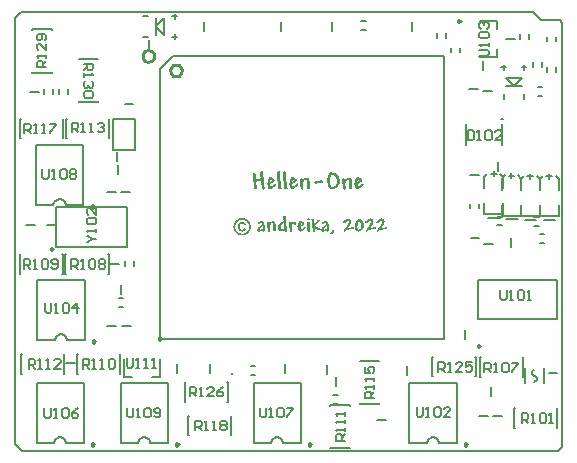
<source format=gto>
G04*
G04 #@! TF.GenerationSoftware,Altium Limited,Altium Designer,20.2.7 (254)*
G04*
G04 Layer_Color=65535*
%FSLAX25Y25*%
%MOIN*%
G70*
G04*
G04 #@! TF.SameCoordinates,89FD41CB-11A8-4235-96C3-A5A174C84699*
G04*
G04*
G04 #@! TF.FilePolarity,Positive*
G04*
G01*
G75*
%ADD10C,0.00787*%
%ADD11C,0.00984*%
%ADD12C,0.01000*%
%ADD13C,0.00591*%
%ADD14C,0.00800*%
%ADD15C,0.00669*%
%ADD16C,0.00650*%
G36*
X82720Y93612D02*
X82768D01*
X82865Y93573D01*
X82922Y93554D01*
X82970Y93516D01*
X82980D01*
X82990Y93497D01*
X83038Y93439D01*
X83086Y93343D01*
X83095Y93285D01*
X83105Y93218D01*
Y93208D01*
Y93160D01*
Y93122D01*
X83114Y93074D01*
Y93016D01*
Y92949D01*
X83124Y92862D01*
Y92776D01*
X83134Y92670D01*
X83143Y92545D01*
X83153Y92411D01*
X83172Y92257D01*
X83182Y92094D01*
X83201Y91911D01*
Y91892D01*
X83210Y91853D01*
Y91786D01*
X83220Y91709D01*
X83230Y91632D01*
Y91555D01*
X83239Y91498D01*
Y91450D01*
X83307Y91459D01*
X83326D01*
X83364Y91450D01*
X83422Y91411D01*
X83451Y91382D01*
X83480Y91344D01*
Y91334D01*
X83489Y91325D01*
X83528Y91267D01*
X83556Y91190D01*
X83566Y91084D01*
Y91075D01*
Y91065D01*
Y91036D01*
X83556Y90998D01*
X83528Y90892D01*
X83480Y90758D01*
Y90748D01*
X83470Y90729D01*
X83432Y90671D01*
X83384Y90604D01*
X83355Y90585D01*
X83326Y90575D01*
X83355Y90075D01*
Y90056D01*
X83364Y90018D01*
Y89979D01*
X83374Y89931D01*
X83384Y89874D01*
X83393Y89806D01*
X83403Y89729D01*
X83412Y89643D01*
X83422Y89547D01*
X83441Y89432D01*
X83460Y89316D01*
X83480Y89172D01*
X83499Y89028D01*
X83518Y88865D01*
Y88855D01*
X83528Y88826D01*
Y88778D01*
X83537Y88721D01*
X83547Y88653D01*
X83556Y88576D01*
X83585Y88403D01*
X83614Y88230D01*
X83633Y88067D01*
X83643Y88000D01*
Y87942D01*
X83653Y87894D01*
Y87865D01*
Y87856D01*
Y87836D01*
X83643Y87808D01*
X83633Y87769D01*
X83605Y87673D01*
X83566Y87625D01*
X83528Y87577D01*
X83518D01*
X83508Y87558D01*
X83480Y87548D01*
X83441Y87529D01*
X83345Y87490D01*
X83278Y87481D01*
X83210Y87471D01*
X83172D01*
X83124Y87481D01*
X83076Y87490D01*
X83009Y87510D01*
X82951Y87538D01*
X82884Y87577D01*
X82826Y87634D01*
X82816Y87644D01*
X82807Y87663D01*
X82788Y87702D01*
X82759Y87750D01*
X82730Y87817D01*
X82711Y87894D01*
X82701Y87981D01*
X82692Y88077D01*
Y88096D01*
Y88115D01*
Y88144D01*
X82682Y88182D01*
Y88240D01*
X82672Y88307D01*
Y88403D01*
X82653Y88499D01*
X82644Y88624D01*
X82634Y88769D01*
X82615Y88932D01*
X82586Y89124D01*
X82567Y89336D01*
X82538Y89576D01*
X82499Y89845D01*
Y89854D01*
Y89864D01*
X82490Y89922D01*
X82480Y89999D01*
X82471Y90095D01*
X82461Y90200D01*
X82451Y90297D01*
X82442Y90383D01*
X82432Y90441D01*
X82423D01*
X82403Y90431D01*
X82355D01*
X82307Y90421D01*
X82230Y90402D01*
X82153Y90393D01*
X82057Y90373D01*
X81952Y90354D01*
X81836Y90325D01*
X81702Y90306D01*
X81423Y90239D01*
X81106Y90172D01*
X80770Y90085D01*
Y90075D01*
Y90047D01*
X80779Y89989D01*
X80789Y89903D01*
X80808Y89797D01*
X80827Y89643D01*
X80847Y89470D01*
X80856Y89364D01*
X80875Y89249D01*
Y89239D01*
Y89220D01*
X80885Y89191D01*
X80895Y89143D01*
X80914Y89038D01*
X80933Y88903D01*
X80962Y88749D01*
X80981Y88605D01*
X81010Y88461D01*
X81039Y88336D01*
X81048Y88327D01*
X81087Y88317D01*
X81116Y88288D01*
X81144Y88259D01*
X81154Y88250D01*
X81164Y88230D01*
X81173Y88182D01*
Y88105D01*
Y88096D01*
Y88086D01*
X81164Y88057D01*
X81144Y88019D01*
X81116Y87981D01*
X81077Y87923D01*
X81029Y87865D01*
X80952Y87798D01*
X80943Y87788D01*
X80914Y87769D01*
X80875Y87740D01*
X80827Y87711D01*
X80712Y87654D01*
X80645Y87634D01*
X80587Y87625D01*
X80568D01*
X80510Y87634D01*
X80424Y87663D01*
X80327Y87721D01*
X80270Y87760D01*
X80222Y87817D01*
X80174Y87875D01*
X80135Y87952D01*
X80097Y88038D01*
X80068Y88144D01*
X80039Y88259D01*
X80030Y88394D01*
Y88403D01*
Y88451D01*
X80020Y88519D01*
X80010Y88615D01*
X80001Y88749D01*
X79991Y88922D01*
X79982Y89018D01*
X79972Y89124D01*
X79962Y89249D01*
X79953Y89374D01*
Y89384D01*
Y89403D01*
X79943Y89432D01*
Y89460D01*
X79934Y89556D01*
X79924Y89672D01*
X79914Y89787D01*
X79905Y89903D01*
X79895Y89999D01*
Y90027D01*
Y90056D01*
X79886D01*
X79847Y90075D01*
X79789Y90114D01*
X79760Y90143D01*
X79732Y90191D01*
Y90200D01*
X79722Y90220D01*
X79693Y90277D01*
X79655Y90354D01*
X79645Y90431D01*
Y90441D01*
Y90450D01*
X79655Y90508D01*
X79674Y90575D01*
X79703Y90652D01*
Y90662D01*
X79712Y90671D01*
X79741Y90710D01*
X79789Y90748D01*
X79857Y90777D01*
Y90787D01*
Y90796D01*
X79847Y90825D01*
Y90873D01*
X79837Y90940D01*
X79818Y91036D01*
X79799Y91142D01*
X79780Y91286D01*
Y91296D01*
X79770Y91325D01*
Y91363D01*
X79760Y91421D01*
X79741Y91498D01*
X79732Y91575D01*
X79703Y91757D01*
X79674Y91949D01*
X79655Y92142D01*
X79636Y92315D01*
X79626Y92392D01*
Y92459D01*
Y92468D01*
Y92497D01*
X79636Y92536D01*
X79645Y92584D01*
X79664Y92632D01*
X79684Y92699D01*
X79722Y92747D01*
X79770Y92805D01*
X79780Y92814D01*
X79799Y92824D01*
X79828Y92843D01*
X79866Y92872D01*
X79982Y92920D01*
X80039Y92930D01*
X80107Y92939D01*
X80145D01*
X80183Y92930D01*
X80231Y92920D01*
X80289Y92901D01*
X80347Y92862D01*
X80414Y92824D01*
X80472Y92766D01*
X80481Y92757D01*
X80501Y92738D01*
X80520Y92699D01*
X80558Y92651D01*
X80587Y92593D01*
X80606Y92516D01*
X80625Y92430D01*
X80635Y92334D01*
Y92324D01*
Y92295D01*
Y92247D01*
Y92180D01*
Y92103D01*
X80645Y92007D01*
Y91901D01*
X80654Y91796D01*
X80664Y91555D01*
X80683Y91315D01*
X80712Y91075D01*
X80750Y90854D01*
X80760D01*
X80798Y90864D01*
X80847Y90873D01*
X80923Y90883D01*
X81000Y90892D01*
X81106Y90912D01*
X81212Y90931D01*
X81327Y90960D01*
X81586Y91008D01*
X81846Y91075D01*
X82105Y91152D01*
X82221Y91190D01*
X82336Y91238D01*
Y91248D01*
Y91277D01*
X82326Y91334D01*
X82317Y91411D01*
X82307Y91517D01*
X82288Y91651D01*
X82259Y91815D01*
X82230Y92017D01*
Y92026D01*
X82221Y92055D01*
Y92094D01*
X82211Y92151D01*
X82201Y92209D01*
X82192Y92286D01*
X82163Y92459D01*
X82134Y92641D01*
X82115Y92824D01*
X82105Y92987D01*
X82096Y93064D01*
Y93122D01*
Y93132D01*
Y93160D01*
X82105Y93189D01*
X82115Y93237D01*
X82134Y93295D01*
X82163Y93353D01*
X82201Y93410D01*
X82259Y93468D01*
X82269Y93477D01*
X82288Y93497D01*
X82326Y93516D01*
X82375Y93545D01*
X82432Y93573D01*
X82499Y93602D01*
X82576Y93612D01*
X82653Y93622D01*
X82682D01*
X82720Y93612D01*
D02*
G37*
G36*
X111944Y91459D02*
X112012Y91450D01*
X112089Y91421D01*
X112165Y91392D01*
X112252Y91344D01*
X112329Y91277D01*
X112338Y91267D01*
X112367Y91238D01*
X112406Y91200D01*
X112444Y91133D01*
X112502Y91056D01*
X112550Y90960D01*
X112598Y90844D01*
X112646Y90719D01*
X112656Y90700D01*
Y90681D01*
X112665Y90642D01*
X112675Y90594D01*
X112684Y90537D01*
X112694Y90469D01*
X112704Y90383D01*
X112713Y90287D01*
X112732Y90172D01*
X112742Y90037D01*
X112752Y89893D01*
X112761Y89720D01*
X112771Y89537D01*
X112780Y89336D01*
X112790Y89105D01*
Y89095D01*
Y89066D01*
Y89028D01*
X112800Y88970D01*
Y88884D01*
X112809Y88788D01*
Y88672D01*
X112819Y88538D01*
Y88519D01*
X112829Y88480D01*
Y88413D01*
X112838Y88336D01*
X112848Y88173D01*
X112857Y88096D01*
Y88038D01*
Y88029D01*
Y88009D01*
X112848Y87971D01*
X112838Y87932D01*
X112819Y87875D01*
X112780Y87827D01*
X112742Y87769D01*
X112684Y87711D01*
X112675Y87702D01*
X112656Y87692D01*
X112617Y87673D01*
X112569Y87644D01*
X112511Y87615D01*
X112454Y87596D01*
X112377Y87586D01*
X112300Y87577D01*
X112262D01*
X112223Y87586D01*
X112175D01*
X112050Y87615D01*
X111935Y87673D01*
X111925Y87683D01*
X111916Y87692D01*
X111867Y87750D01*
X111810Y87827D01*
X111800Y87884D01*
X111791Y87942D01*
Y87952D01*
Y87961D01*
Y88000D01*
Y88048D01*
Y88105D01*
Y88192D01*
X111800Y88298D01*
Y88432D01*
Y88442D01*
Y88451D01*
Y88480D01*
Y88519D01*
X111810Y88605D01*
Y88721D01*
Y88836D01*
X111820Y88951D01*
Y89057D01*
Y89143D01*
Y89153D01*
Y89172D01*
Y89201D01*
Y89259D01*
Y89268D01*
Y89288D01*
X111829Y89345D01*
Y89422D01*
Y89499D01*
Y89518D01*
Y89556D01*
Y89624D01*
X111820Y89701D01*
Y89806D01*
X111810Y89912D01*
X111791Y90162D01*
X111743Y90402D01*
X111723Y90508D01*
X111685Y90614D01*
X111646Y90690D01*
X111608Y90758D01*
X111550Y90796D01*
X111493Y90815D01*
X111464D01*
X111416Y90806D01*
X111368Y90787D01*
X111301Y90758D01*
X111224Y90719D01*
X111137Y90671D01*
X111051Y90594D01*
X111041Y90585D01*
X111012Y90556D01*
X110964Y90508D01*
X110907Y90441D01*
X110849Y90364D01*
X110782Y90258D01*
X110724Y90152D01*
X110666Y90027D01*
X110657Y90008D01*
X110647Y89970D01*
X110628Y89893D01*
X110599Y89806D01*
X110570Y89691D01*
X110551Y89556D01*
X110541Y89412D01*
X110532Y89259D01*
Y89249D01*
Y89230D01*
Y89182D01*
X110541Y89114D01*
X110551Y89018D01*
X110561Y88893D01*
X110580Y88740D01*
X110609Y88547D01*
Y88538D01*
Y88519D01*
X110618Y88490D01*
X110628Y88451D01*
X110637Y88336D01*
X110657Y88211D01*
X110676Y88067D01*
X110686Y87932D01*
X110705Y87817D01*
Y87760D01*
Y87721D01*
Y87711D01*
Y87702D01*
X110686Y87654D01*
X110657Y87586D01*
X110618Y87548D01*
X110580Y87519D01*
X110570D01*
X110561Y87510D01*
X110503Y87481D01*
X110416Y87452D01*
X110311Y87442D01*
X110253D01*
X110186Y87452D01*
X110109Y87471D01*
X110022Y87500D01*
X109945Y87548D01*
X109869Y87606D01*
X109811Y87692D01*
Y87702D01*
X109792Y87740D01*
X109773Y87808D01*
X109753Y87904D01*
X109724Y88038D01*
X109715Y88115D01*
X109705Y88201D01*
X109686Y88298D01*
X109677Y88413D01*
X109657Y88528D01*
X109648Y88663D01*
Y88672D01*
Y88711D01*
X109638Y88769D01*
X109628Y88836D01*
X109619Y88990D01*
X109609Y89057D01*
X109600Y89124D01*
Y89143D01*
X109590Y89182D01*
X109580Y89249D01*
X109571Y89345D01*
X109561Y89451D01*
X109552Y89566D01*
X109523Y89826D01*
X109484Y90095D01*
X109475Y90229D01*
X109465Y90345D01*
X109455Y90460D01*
X109446Y90546D01*
X109436Y90614D01*
Y90662D01*
Y90671D01*
Y90690D01*
Y90710D01*
X109446Y90748D01*
X109465Y90844D01*
X109503Y90950D01*
X109571Y91046D01*
X109667Y91142D01*
X109724Y91181D01*
X109801Y91200D01*
X109878Y91219D01*
X109974Y91229D01*
X110013D01*
X110061Y91219D01*
X110109Y91210D01*
X110234Y91171D01*
X110282Y91142D01*
X110330Y91094D01*
X110340Y91084D01*
X110349Y91065D01*
X110368Y91036D01*
X110397Y90988D01*
X110416Y90931D01*
X110445Y90854D01*
X110465Y90758D01*
X110484Y90652D01*
X110493Y90671D01*
X110532Y90719D01*
X110589Y90787D01*
X110666Y90873D01*
X110753Y90969D01*
X110859Y91075D01*
X110983Y91171D01*
X111108Y91258D01*
X111128Y91267D01*
X111166Y91286D01*
X111243Y91325D01*
X111329Y91363D01*
X111445Y91402D01*
X111570Y91440D01*
X111704Y91459D01*
X111839Y91469D01*
X111887D01*
X111944Y91459D01*
D02*
G37*
G36*
X97827D02*
X97895Y91450D01*
X97971Y91421D01*
X98048Y91392D01*
X98135Y91344D01*
X98212Y91277D01*
X98221Y91267D01*
X98250Y91238D01*
X98289Y91200D01*
X98327Y91133D01*
X98385Y91056D01*
X98433Y90960D01*
X98481Y90844D01*
X98529Y90719D01*
X98539Y90700D01*
Y90681D01*
X98548Y90642D01*
X98558Y90594D01*
X98567Y90537D01*
X98577Y90469D01*
X98586Y90383D01*
X98596Y90287D01*
X98615Y90172D01*
X98625Y90037D01*
X98635Y89893D01*
X98644Y89720D01*
X98654Y89537D01*
X98663Y89336D01*
X98673Y89105D01*
Y89095D01*
Y89066D01*
Y89028D01*
X98683Y88970D01*
Y88884D01*
X98692Y88788D01*
Y88672D01*
X98702Y88538D01*
Y88519D01*
X98712Y88480D01*
Y88413D01*
X98721Y88336D01*
X98731Y88173D01*
X98740Y88096D01*
Y88038D01*
Y88029D01*
Y88009D01*
X98731Y87971D01*
X98721Y87932D01*
X98702Y87875D01*
X98663Y87827D01*
X98625Y87769D01*
X98567Y87711D01*
X98558Y87702D01*
X98539Y87692D01*
X98500Y87673D01*
X98452Y87644D01*
X98394Y87615D01*
X98337Y87596D01*
X98260Y87586D01*
X98183Y87577D01*
X98145D01*
X98106Y87586D01*
X98058D01*
X97933Y87615D01*
X97818Y87673D01*
X97808Y87683D01*
X97799Y87692D01*
X97751Y87750D01*
X97693Y87827D01*
X97683Y87884D01*
X97674Y87942D01*
Y87952D01*
Y87961D01*
Y88000D01*
Y88048D01*
Y88105D01*
Y88192D01*
X97683Y88298D01*
Y88432D01*
Y88442D01*
Y88451D01*
Y88480D01*
Y88519D01*
X97693Y88605D01*
Y88721D01*
Y88836D01*
X97702Y88951D01*
Y89057D01*
Y89143D01*
Y89153D01*
Y89172D01*
Y89201D01*
Y89259D01*
Y89268D01*
Y89288D01*
X97712Y89345D01*
Y89422D01*
Y89499D01*
Y89518D01*
Y89556D01*
Y89624D01*
X97702Y89701D01*
Y89806D01*
X97693Y89912D01*
X97674Y90162D01*
X97625Y90402D01*
X97606Y90508D01*
X97568Y90614D01*
X97529Y90690D01*
X97491Y90758D01*
X97433Y90796D01*
X97376Y90815D01*
X97347D01*
X97299Y90806D01*
X97251Y90787D01*
X97184Y90758D01*
X97107Y90719D01*
X97020Y90671D01*
X96934Y90594D01*
X96924Y90585D01*
X96895Y90556D01*
X96847Y90508D01*
X96789Y90441D01*
X96732Y90364D01*
X96665Y90258D01*
X96607Y90152D01*
X96549Y90027D01*
X96540Y90008D01*
X96530Y89970D01*
X96511Y89893D01*
X96482Y89806D01*
X96453Y89691D01*
X96434Y89556D01*
X96424Y89412D01*
X96415Y89259D01*
Y89249D01*
Y89230D01*
Y89182D01*
X96424Y89114D01*
X96434Y89018D01*
X96443Y88893D01*
X96463Y88740D01*
X96491Y88547D01*
Y88538D01*
Y88519D01*
X96501Y88490D01*
X96511Y88451D01*
X96520Y88336D01*
X96540Y88211D01*
X96559Y88067D01*
X96568Y87932D01*
X96588Y87817D01*
Y87760D01*
Y87721D01*
Y87711D01*
Y87702D01*
X96568Y87654D01*
X96540Y87586D01*
X96501Y87548D01*
X96463Y87519D01*
X96453D01*
X96443Y87510D01*
X96386Y87481D01*
X96299Y87452D01*
X96194Y87442D01*
X96136D01*
X96069Y87452D01*
X95992Y87471D01*
X95905Y87500D01*
X95828Y87548D01*
X95752Y87606D01*
X95694Y87692D01*
Y87702D01*
X95675Y87740D01*
X95656Y87808D01*
X95636Y87904D01*
X95607Y88038D01*
X95598Y88115D01*
X95588Y88201D01*
X95569Y88298D01*
X95559Y88413D01*
X95540Y88528D01*
X95530Y88663D01*
Y88672D01*
Y88711D01*
X95521Y88769D01*
X95511Y88836D01*
X95502Y88990D01*
X95492Y89057D01*
X95482Y89124D01*
Y89143D01*
X95473Y89182D01*
X95463Y89249D01*
X95454Y89345D01*
X95444Y89451D01*
X95434Y89566D01*
X95406Y89826D01*
X95367Y90095D01*
X95358Y90229D01*
X95348Y90345D01*
X95338Y90460D01*
X95329Y90546D01*
X95319Y90614D01*
Y90662D01*
Y90671D01*
Y90690D01*
Y90710D01*
X95329Y90748D01*
X95348Y90844D01*
X95386Y90950D01*
X95454Y91046D01*
X95550Y91142D01*
X95607Y91181D01*
X95684Y91200D01*
X95761Y91219D01*
X95857Y91229D01*
X95896D01*
X95944Y91219D01*
X95992Y91210D01*
X96117Y91171D01*
X96165Y91142D01*
X96213Y91094D01*
X96223Y91084D01*
X96232Y91065D01*
X96251Y91036D01*
X96280Y90988D01*
X96299Y90931D01*
X96328Y90854D01*
X96347Y90758D01*
X96367Y90652D01*
X96376Y90671D01*
X96415Y90719D01*
X96472Y90787D01*
X96549Y90873D01*
X96636Y90969D01*
X96741Y91075D01*
X96866Y91171D01*
X96991Y91258D01*
X97010Y91267D01*
X97049Y91286D01*
X97126Y91325D01*
X97212Y91363D01*
X97328Y91402D01*
X97452Y91440D01*
X97587Y91459D01*
X97722Y91469D01*
X97770D01*
X97827Y91459D01*
D02*
G37*
G36*
X102709Y90556D02*
X102757Y90546D01*
X102853Y90517D01*
X102901Y90479D01*
X102950Y90441D01*
X102959Y90431D01*
X102969Y90421D01*
X103017Y90364D01*
X103055Y90268D01*
X103065Y90220D01*
X103074Y90162D01*
Y90152D01*
Y90133D01*
X103065Y90104D01*
Y90066D01*
X103026Y89960D01*
X103007Y89912D01*
X102969Y89854D01*
Y89845D01*
X102950Y89835D01*
X102901Y89787D01*
X102815Y89739D01*
X102767Y89729D01*
X102709Y89720D01*
X102603D01*
X102546Y89710D01*
X102479D01*
X102392Y89701D01*
X102306D01*
X102200Y89682D01*
X102094Y89672D01*
X101844Y89643D01*
X101566Y89595D01*
X101268Y89528D01*
X101258D01*
X101239Y89518D01*
X101210D01*
X101172Y89508D01*
X101066Y89489D01*
X100951Y89460D01*
X100826Y89432D01*
X100710Y89412D01*
X100614Y89403D01*
X100585Y89393D01*
X100537D01*
X100508Y89403D01*
X100480Y89412D01*
X100393Y89451D01*
X100345Y89480D01*
X100307Y89518D01*
Y89528D01*
X100287Y89537D01*
X100278Y89566D01*
X100259Y89605D01*
X100230Y89701D01*
X100211Y89806D01*
Y89816D01*
Y89835D01*
X100220Y89864D01*
X100230Y89903D01*
X100259Y90008D01*
X100287Y90066D01*
X100326Y90123D01*
X100336Y90133D01*
X100345Y90152D01*
X100403Y90210D01*
X100489Y90258D01*
X100547Y90277D01*
X100605Y90287D01*
X100662D01*
X100720Y90297D01*
X100797Y90306D01*
X100912Y90316D01*
X101047Y90335D01*
X101133Y90354D01*
X101229Y90364D01*
X101239D01*
X101277Y90373D01*
X101335Y90383D01*
X101402Y90393D01*
X101537Y90412D01*
X101594D01*
X101643Y90421D01*
X101662D01*
X101700Y90431D01*
X101739D01*
X101796Y90441D01*
X101873Y90450D01*
X101960Y90460D01*
X102065Y90479D01*
X102085D01*
X102142Y90489D01*
X102219Y90508D01*
X102306Y90527D01*
X102402Y90537D01*
X102498Y90556D01*
X102584Y90566D01*
X102671D01*
X102709Y90556D01*
D02*
G37*
G36*
X105890Y93276D02*
X105929Y93266D01*
X105967Y93247D01*
X106015Y93228D01*
X106073Y93189D01*
X106121Y93141D01*
X106130Y93132D01*
X106140Y93112D01*
X106169Y93083D01*
X106198Y93055D01*
X106246Y92958D01*
X106255Y92910D01*
X106265Y92853D01*
Y92843D01*
Y92805D01*
Y92747D01*
X106255Y92680D01*
X106236Y92516D01*
X106217Y92440D01*
X106188Y92363D01*
Y92353D01*
X106178Y92334D01*
X106140Y92276D01*
X106082Y92209D01*
X106053Y92190D01*
X106025Y92180D01*
X106005D01*
X105967Y92190D01*
X105909Y92209D01*
X105871Y92247D01*
X105861Y92257D01*
X105842Y92286D01*
X105813Y92315D01*
X105775Y92324D01*
X105756Y92315D01*
X105736Y92295D01*
X105708Y92257D01*
X105679Y92190D01*
X105659Y92151D01*
X105650Y92094D01*
X105631Y92026D01*
X105611Y91959D01*
X105592Y91873D01*
X105573Y91776D01*
Y91767D01*
Y91748D01*
X105563Y91719D01*
X105554Y91680D01*
Y91623D01*
X105544Y91565D01*
X105535Y91488D01*
X105525Y91402D01*
X105506Y91200D01*
X105496Y90969D01*
X105477Y90710D01*
Y90412D01*
Y90402D01*
Y90364D01*
Y90316D01*
Y90249D01*
X105487Y90162D01*
Y90066D01*
X105496Y89960D01*
X105506Y89845D01*
X105525Y89595D01*
X105563Y89345D01*
X105611Y89095D01*
X105640Y88980D01*
X105679Y88874D01*
Y88865D01*
X105688Y88855D01*
X105717Y88788D01*
X105765Y88701D01*
X105823Y88605D01*
X105900Y88509D01*
X105996Y88423D01*
X106102Y88355D01*
X106159Y88346D01*
X106227Y88336D01*
X106284D01*
X106332Y88346D01*
X106390Y88355D01*
X106457Y88365D01*
X106601Y88413D01*
X106774Y88480D01*
X106870Y88528D01*
X106966Y88576D01*
X107062Y88644D01*
X107159Y88721D01*
X107245Y88807D01*
X107341Y88913D01*
X107351Y88922D01*
X107360Y88942D01*
X107389Y88970D01*
X107418Y89018D01*
X107457Y89076D01*
X107495Y89143D01*
X107543Y89220D01*
X107591Y89307D01*
X107678Y89508D01*
X107755Y89739D01*
X107812Y89999D01*
X107822Y90133D01*
X107831Y90277D01*
Y90287D01*
Y90306D01*
Y90345D01*
X107822Y90393D01*
Y90450D01*
X107812Y90517D01*
X107783Y90681D01*
X107735Y90873D01*
X107658Y91075D01*
X107562Y91296D01*
X107428Y91507D01*
Y91517D01*
X107408Y91536D01*
X107389Y91565D01*
X107360Y91603D01*
X107274Y91700D01*
X107159Y91825D01*
X107024Y91949D01*
X106861Y92084D01*
X106678Y92209D01*
X106486Y92305D01*
X106476Y92315D01*
X106457Y92324D01*
X106419Y92353D01*
X106380Y92401D01*
X106342Y92468D01*
X106303Y92555D01*
X106284Y92661D01*
X106274Y92805D01*
Y92814D01*
Y92834D01*
X106284Y92891D01*
X106303Y92958D01*
X106351Y93035D01*
X106371Y93045D01*
X106409Y93083D01*
X106476Y93112D01*
X106572Y93122D01*
X106621D01*
X106659Y93112D01*
X106765Y93103D01*
X106890Y93074D01*
X107043Y93016D01*
X107216Y92939D01*
X107399Y92843D01*
X107485Y92776D01*
X107581Y92699D01*
X107591D01*
X107601Y92680D01*
X107630Y92661D01*
X107668Y92622D01*
X107755Y92536D01*
X107870Y92411D01*
X107995Y92247D01*
X108129Y92065D01*
X108264Y91844D01*
X108389Y91603D01*
Y91594D01*
X108398Y91575D01*
X108418Y91536D01*
X108437Y91488D01*
X108466Y91430D01*
X108485Y91354D01*
X108514Y91277D01*
X108552Y91181D01*
X108610Y90979D01*
X108658Y90748D01*
X108696Y90498D01*
X108706Y90249D01*
Y90239D01*
Y90220D01*
Y90191D01*
X108696Y90152D01*
Y90095D01*
X108687Y90027D01*
X108658Y89874D01*
X108610Y89691D01*
X108543Y89480D01*
X108446Y89249D01*
X108312Y89009D01*
Y88999D01*
X108293Y88980D01*
X108273Y88942D01*
X108245Y88903D01*
X108206Y88845D01*
X108158Y88778D01*
X108043Y88634D01*
X107908Y88471D01*
X107745Y88298D01*
X107553Y88125D01*
X107341Y87971D01*
X107332D01*
X107312Y87952D01*
X107284Y87932D01*
X107236Y87913D01*
X107187Y87884D01*
X107120Y87846D01*
X106966Y87779D01*
X106784Y87711D01*
X106582Y87644D01*
X106351Y87606D01*
X106121Y87586D01*
X106082D01*
X106044Y87596D01*
X105986D01*
X105919Y87606D01*
X105842Y87625D01*
X105669Y87673D01*
X105573Y87711D01*
X105477Y87760D01*
X105371Y87808D01*
X105275Y87875D01*
X105179Y87961D01*
X105083Y88048D01*
X104996Y88153D01*
X104920Y88278D01*
Y88288D01*
X104900Y88317D01*
X104881Y88355D01*
X104862Y88413D01*
X104833Y88490D01*
X104795Y88586D01*
X104756Y88701D01*
X104727Y88836D01*
X104689Y88990D01*
X104650Y89153D01*
X104622Y89345D01*
X104583Y89556D01*
X104564Y89787D01*
X104545Y90047D01*
X104525Y90316D01*
Y90614D01*
Y90623D01*
Y90642D01*
Y90681D01*
Y90729D01*
X104535Y90796D01*
Y90864D01*
X104545Y91036D01*
X104564Y91238D01*
X104602Y91459D01*
X104641Y91680D01*
X104699Y91911D01*
Y91921D01*
X104708Y91940D01*
X104718Y91969D01*
X104737Y92017D01*
X104775Y92122D01*
X104833Y92267D01*
X104900Y92420D01*
X104987Y92584D01*
X105093Y92747D01*
X105208Y92901D01*
X105227Y92920D01*
X105265Y92958D01*
X105323Y93026D01*
X105410Y93093D01*
X105506Y93160D01*
X105611Y93228D01*
X105717Y93266D01*
X105833Y93285D01*
X105861D01*
X105890Y93276D01*
D02*
G37*
G36*
X114568Y91584D02*
X114664Y91575D01*
X114779Y91555D01*
X114914Y91536D01*
X115049Y91498D01*
X115183Y91450D01*
X115202Y91440D01*
X115241Y91421D01*
X115308Y91392D01*
X115394Y91344D01*
X115490Y91296D01*
X115596Y91229D01*
X115702Y91152D01*
X115798Y91065D01*
X115808Y91056D01*
X115837Y91027D01*
X115884Y90979D01*
X115933Y90921D01*
X115971Y90854D01*
X116019Y90787D01*
X116048Y90710D01*
X116058Y90633D01*
Y90623D01*
Y90594D01*
Y90556D01*
X116048Y90508D01*
X116038Y90393D01*
X116029Y90345D01*
X116009Y90297D01*
X116000Y90277D01*
X115971Y90229D01*
X115923Y90172D01*
X115856Y90095D01*
X115846D01*
X115827Y90075D01*
X115798Y90047D01*
X115731Y90018D01*
X115654Y89960D01*
X115539Y89893D01*
X115385Y89806D01*
X115298Y89758D01*
X115202Y89701D01*
X115193D01*
X115183Y89691D01*
X115154Y89672D01*
X115116Y89653D01*
X115029Y89605D01*
X114924Y89547D01*
X114818Y89480D01*
X114712Y89422D01*
X114635Y89374D01*
X114606Y89355D01*
X114587Y89345D01*
Y89134D01*
Y89124D01*
Y89086D01*
X114597Y89028D01*
Y88961D01*
X114606Y88874D01*
X114626Y88788D01*
X114674Y88615D01*
Y88605D01*
X114693Y88576D01*
X114702Y88547D01*
X114731Y88509D01*
X114760Y88461D01*
X114789Y88432D01*
X114827Y88403D01*
X114866Y88394D01*
X114875D01*
X114904Y88403D01*
X114952Y88423D01*
X115020Y88461D01*
X115116Y88519D01*
X115231Y88605D01*
X115298Y88663D01*
X115375Y88740D01*
X115452Y88817D01*
X115539Y88903D01*
X115558Y88922D01*
X115606Y88970D01*
X115673Y89038D01*
X115750Y89114D01*
X115837Y89201D01*
X115923Y89288D01*
X116000Y89355D01*
X116058Y89403D01*
X116067D01*
X116077Y89422D01*
X116134Y89451D01*
X116211Y89480D01*
X116298Y89499D01*
X116346D01*
X116394Y89489D01*
X116461Y89470D01*
X116519Y89432D01*
X116567Y89384D01*
X116605Y89316D01*
X116615Y89230D01*
Y89220D01*
X116605Y89172D01*
X116567Y89105D01*
X116538Y89057D01*
X116500Y88999D01*
X116452Y88932D01*
X116384Y88865D01*
X116317Y88778D01*
X116221Y88692D01*
X116115Y88595D01*
X115990Y88480D01*
X115846Y88365D01*
X115683Y88240D01*
X115673D01*
X115654Y88221D01*
X115615Y88192D01*
X115558Y88144D01*
X115548Y88134D01*
X115519Y88115D01*
X115481Y88086D01*
X115433Y88048D01*
X115366Y88000D01*
X115298Y87942D01*
X115145Y87836D01*
X114972Y87721D01*
X114818Y87615D01*
X114741Y87577D01*
X114683Y87548D01*
X114626Y87529D01*
X114587Y87519D01*
X114568D01*
X114530Y87529D01*
X114453Y87538D01*
X114366Y87577D01*
X114270Y87625D01*
X114164Y87702D01*
X114059Y87817D01*
X114011Y87884D01*
X113962Y87961D01*
Y87971D01*
X113953Y87981D01*
X113924Y88038D01*
X113886Y88134D01*
X113847Y88250D01*
X113799Y88394D01*
X113761Y88567D01*
X113732Y88749D01*
X113722Y88951D01*
Y89105D01*
X113713D01*
X113674Y89095D01*
X113617Y89086D01*
X113540Y89076D01*
X113530D01*
X113501Y89086D01*
X113463Y89114D01*
X113424Y89162D01*
X113415Y89182D01*
X113405Y89220D01*
X113386Y89268D01*
X113376Y89326D01*
Y89336D01*
Y89355D01*
Y89384D01*
X113386Y89422D01*
X113405Y89508D01*
X113434Y89576D01*
X113444Y89585D01*
X113463Y89605D01*
X113492Y89624D01*
X113530Y89653D01*
X113568Y89682D01*
X113636Y89710D01*
X113703Y89739D01*
Y89749D01*
Y89758D01*
Y89816D01*
X113713Y89912D01*
Y90027D01*
X113732Y90162D01*
X113751Y90306D01*
X113770Y90460D01*
X113809Y90614D01*
Y90623D01*
X113818Y90633D01*
X113828Y90681D01*
X113857Y90758D01*
X113886Y90854D01*
X113924Y90969D01*
X113972Y91084D01*
X114030Y91200D01*
X114097Y91306D01*
X114107Y91315D01*
X114126Y91354D01*
X114164Y91402D01*
X114203Y91450D01*
X114260Y91507D01*
X114309Y91546D01*
X114366Y91584D01*
X114424Y91594D01*
X114491D01*
X114568Y91584D01*
D02*
G37*
G36*
X92840D02*
X92936Y91575D01*
X93051Y91555D01*
X93186Y91536D01*
X93320Y91498D01*
X93455Y91450D01*
X93474Y91440D01*
X93512Y91421D01*
X93580Y91392D01*
X93666Y91344D01*
X93762Y91296D01*
X93868Y91229D01*
X93974Y91152D01*
X94070Y91065D01*
X94079Y91056D01*
X94108Y91027D01*
X94156Y90979D01*
X94204Y90921D01*
X94243Y90854D01*
X94291Y90787D01*
X94320Y90710D01*
X94329Y90633D01*
Y90623D01*
Y90594D01*
Y90556D01*
X94320Y90508D01*
X94310Y90393D01*
X94301Y90345D01*
X94281Y90297D01*
X94272Y90277D01*
X94243Y90229D01*
X94195Y90172D01*
X94128Y90095D01*
X94118D01*
X94099Y90075D01*
X94070Y90047D01*
X94002Y90018D01*
X93926Y89960D01*
X93810Y89893D01*
X93657Y89806D01*
X93570Y89758D01*
X93474Y89701D01*
X93464D01*
X93455Y89691D01*
X93426Y89672D01*
X93388Y89653D01*
X93301Y89605D01*
X93195Y89547D01*
X93090Y89480D01*
X92984Y89422D01*
X92907Y89374D01*
X92878Y89355D01*
X92859Y89345D01*
Y89134D01*
Y89124D01*
Y89086D01*
X92869Y89028D01*
Y88961D01*
X92878Y88874D01*
X92897Y88788D01*
X92945Y88615D01*
Y88605D01*
X92965Y88576D01*
X92974Y88547D01*
X93003Y88509D01*
X93032Y88461D01*
X93061Y88432D01*
X93099Y88403D01*
X93138Y88394D01*
X93147D01*
X93176Y88403D01*
X93224Y88423D01*
X93291Y88461D01*
X93388Y88519D01*
X93503Y88605D01*
X93570Y88663D01*
X93647Y88740D01*
X93724Y88817D01*
X93810Y88903D01*
X93830Y88922D01*
X93878Y88970D01*
X93945Y89038D01*
X94022Y89114D01*
X94108Y89201D01*
X94195Y89288D01*
X94272Y89355D01*
X94329Y89403D01*
X94339D01*
X94349Y89422D01*
X94406Y89451D01*
X94483Y89480D01*
X94569Y89499D01*
X94618D01*
X94666Y89489D01*
X94733Y89470D01*
X94791Y89432D01*
X94839Y89384D01*
X94877Y89316D01*
X94887Y89230D01*
Y89220D01*
X94877Y89172D01*
X94839Y89105D01*
X94810Y89057D01*
X94771Y88999D01*
X94723Y88932D01*
X94656Y88865D01*
X94589Y88778D01*
X94493Y88692D01*
X94387Y88595D01*
X94262Y88480D01*
X94118Y88365D01*
X93954Y88240D01*
X93945D01*
X93926Y88221D01*
X93887Y88192D01*
X93830Y88144D01*
X93820Y88134D01*
X93791Y88115D01*
X93753Y88086D01*
X93705Y88048D01*
X93637Y88000D01*
X93570Y87942D01*
X93416Y87836D01*
X93243Y87721D01*
X93090Y87615D01*
X93013Y87577D01*
X92955Y87548D01*
X92897Y87529D01*
X92859Y87519D01*
X92840D01*
X92801Y87529D01*
X92724Y87538D01*
X92638Y87577D01*
X92542Y87625D01*
X92436Y87702D01*
X92330Y87817D01*
X92282Y87884D01*
X92234Y87961D01*
Y87971D01*
X92225Y87981D01*
X92196Y88038D01*
X92157Y88134D01*
X92119Y88250D01*
X92071Y88394D01*
X92032Y88567D01*
X92004Y88749D01*
X91994Y88951D01*
Y89105D01*
X91984D01*
X91946Y89095D01*
X91888Y89086D01*
X91812Y89076D01*
X91802D01*
X91773Y89086D01*
X91735Y89114D01*
X91696Y89162D01*
X91686Y89182D01*
X91677Y89220D01*
X91658Y89268D01*
X91648Y89326D01*
Y89336D01*
Y89355D01*
Y89384D01*
X91658Y89422D01*
X91677Y89508D01*
X91706Y89576D01*
X91715Y89585D01*
X91735Y89605D01*
X91763Y89624D01*
X91802Y89653D01*
X91840Y89682D01*
X91908Y89710D01*
X91975Y89739D01*
Y89749D01*
Y89758D01*
Y89816D01*
X91984Y89912D01*
Y90027D01*
X92004Y90162D01*
X92023Y90306D01*
X92042Y90460D01*
X92081Y90614D01*
Y90623D01*
X92090Y90633D01*
X92100Y90681D01*
X92129Y90758D01*
X92157Y90854D01*
X92196Y90969D01*
X92244Y91084D01*
X92302Y91200D01*
X92369Y91306D01*
X92378Y91315D01*
X92398Y91354D01*
X92436Y91402D01*
X92475Y91450D01*
X92532Y91507D01*
X92580Y91546D01*
X92638Y91584D01*
X92696Y91594D01*
X92763D01*
X92840Y91584D01*
D02*
G37*
G36*
X85450D02*
X85546Y91575D01*
X85661Y91555D01*
X85796Y91536D01*
X85930Y91498D01*
X86065Y91450D01*
X86084Y91440D01*
X86122Y91421D01*
X86190Y91392D01*
X86276Y91344D01*
X86372Y91296D01*
X86478Y91229D01*
X86584Y91152D01*
X86680Y91065D01*
X86689Y91056D01*
X86718Y91027D01*
X86766Y90979D01*
X86814Y90921D01*
X86853Y90854D01*
X86901Y90787D01*
X86930Y90710D01*
X86939Y90633D01*
Y90623D01*
Y90594D01*
Y90556D01*
X86930Y90508D01*
X86920Y90393D01*
X86910Y90345D01*
X86891Y90297D01*
X86882Y90277D01*
X86853Y90229D01*
X86805Y90172D01*
X86737Y90095D01*
X86728D01*
X86709Y90075D01*
X86680Y90047D01*
X86612Y90018D01*
X86536Y89960D01*
X86420Y89893D01*
X86266Y89806D01*
X86180Y89758D01*
X86084Y89701D01*
X86074D01*
X86065Y89691D01*
X86036Y89672D01*
X85997Y89653D01*
X85911Y89605D01*
X85805Y89547D01*
X85699Y89480D01*
X85594Y89422D01*
X85517Y89374D01*
X85488Y89355D01*
X85469Y89345D01*
Y89134D01*
Y89124D01*
Y89086D01*
X85479Y89028D01*
Y88961D01*
X85488Y88874D01*
X85507Y88788D01*
X85555Y88615D01*
Y88605D01*
X85575Y88576D01*
X85584Y88547D01*
X85613Y88509D01*
X85642Y88461D01*
X85671Y88432D01*
X85709Y88403D01*
X85748Y88394D01*
X85757D01*
X85786Y88403D01*
X85834Y88423D01*
X85901Y88461D01*
X85997Y88519D01*
X86113Y88605D01*
X86180Y88663D01*
X86257Y88740D01*
X86334Y88817D01*
X86420Y88903D01*
X86440Y88922D01*
X86488Y88970D01*
X86555Y89038D01*
X86632Y89114D01*
X86718Y89201D01*
X86805Y89288D01*
X86882Y89355D01*
X86939Y89403D01*
X86949D01*
X86958Y89422D01*
X87016Y89451D01*
X87093Y89480D01*
X87179Y89499D01*
X87227D01*
X87275Y89489D01*
X87343Y89470D01*
X87401Y89432D01*
X87449Y89384D01*
X87487Y89316D01*
X87497Y89230D01*
Y89220D01*
X87487Y89172D01*
X87449Y89105D01*
X87420Y89057D01*
X87381Y88999D01*
X87333Y88932D01*
X87266Y88865D01*
X87199Y88778D01*
X87103Y88692D01*
X86997Y88595D01*
X86872Y88480D01*
X86728Y88365D01*
X86564Y88240D01*
X86555D01*
X86536Y88221D01*
X86497Y88192D01*
X86440Y88144D01*
X86430Y88134D01*
X86401Y88115D01*
X86363Y88086D01*
X86314Y88048D01*
X86247Y88000D01*
X86180Y87942D01*
X86026Y87836D01*
X85853Y87721D01*
X85699Y87615D01*
X85623Y87577D01*
X85565Y87548D01*
X85507Y87529D01*
X85469Y87519D01*
X85450D01*
X85411Y87529D01*
X85334Y87538D01*
X85248Y87577D01*
X85152Y87625D01*
X85046Y87702D01*
X84940Y87817D01*
X84892Y87884D01*
X84844Y87961D01*
Y87971D01*
X84835Y87981D01*
X84806Y88038D01*
X84767Y88134D01*
X84729Y88250D01*
X84681Y88394D01*
X84642Y88567D01*
X84614Y88749D01*
X84604Y88951D01*
Y89105D01*
X84594D01*
X84556Y89095D01*
X84498Y89086D01*
X84421Y89076D01*
X84412D01*
X84383Y89086D01*
X84345Y89114D01*
X84306Y89162D01*
X84297Y89182D01*
X84287Y89220D01*
X84268Y89268D01*
X84258Y89326D01*
Y89336D01*
Y89355D01*
Y89384D01*
X84268Y89422D01*
X84287Y89508D01*
X84316Y89576D01*
X84325Y89585D01*
X84345Y89605D01*
X84373Y89624D01*
X84412Y89653D01*
X84450Y89682D01*
X84518Y89710D01*
X84585Y89739D01*
Y89749D01*
Y89758D01*
Y89816D01*
X84594Y89912D01*
Y90027D01*
X84614Y90162D01*
X84633Y90306D01*
X84652Y90460D01*
X84690Y90614D01*
Y90623D01*
X84700Y90633D01*
X84710Y90681D01*
X84738Y90758D01*
X84767Y90854D01*
X84806Y90969D01*
X84854Y91084D01*
X84912Y91200D01*
X84979Y91306D01*
X84988Y91315D01*
X85008Y91354D01*
X85046Y91402D01*
X85084Y91450D01*
X85142Y91507D01*
X85190Y91546D01*
X85248Y91584D01*
X85306Y91594D01*
X85373D01*
X85450Y91584D01*
D02*
G37*
G36*
X90293Y93602D02*
X90408Y93573D01*
X90524Y93525D01*
X90533D01*
X90553Y93506D01*
X90601Y93458D01*
X90658Y93381D01*
X90668Y93324D01*
X90677Y93266D01*
Y93247D01*
Y93228D01*
Y93189D01*
Y93151D01*
X90668Y93083D01*
Y93016D01*
X90658Y92930D01*
Y92920D01*
Y92910D01*
Y92853D01*
X90649Y92766D01*
Y92661D01*
X90639Y92536D01*
Y92411D01*
X90629Y92295D01*
Y92180D01*
Y92171D01*
Y92122D01*
X90639Y92094D01*
Y92045D01*
Y91988D01*
X90649Y91921D01*
X90658Y91844D01*
X90668Y91748D01*
X90687Y91632D01*
X90697Y91507D01*
X90716Y91373D01*
X90735Y91210D01*
X90764Y91036D01*
X90793Y90835D01*
Y90825D01*
X90802Y90796D01*
Y90748D01*
X90812Y90690D01*
X90822Y90623D01*
X90841Y90546D01*
X90860Y90364D01*
X90889Y90181D01*
X90918Y89999D01*
X90927Y89912D01*
X90937Y89845D01*
X90947Y89778D01*
Y89729D01*
Y89710D01*
X90956Y89662D01*
X90966Y89566D01*
Y89508D01*
X90975Y89441D01*
X90985Y89364D01*
X91004Y89268D01*
X91014Y89172D01*
X91033Y89066D01*
X91062Y88951D01*
X91081Y88817D01*
X91110Y88682D01*
X91139Y88528D01*
Y88519D01*
X91148Y88509D01*
X91158Y88451D01*
X91177Y88365D01*
X91196Y88259D01*
X91216Y88153D01*
X91235Y88048D01*
X91254Y87961D01*
Y87894D01*
Y87884D01*
Y87865D01*
X91245Y87827D01*
X91235Y87788D01*
X91196Y87692D01*
X91168Y87644D01*
X91120Y87606D01*
X91110D01*
X91100Y87586D01*
X91071Y87577D01*
X91033Y87558D01*
X90985Y87538D01*
X90927Y87519D01*
X90860Y87510D01*
X90783Y87500D01*
X90697D01*
X90629Y87510D01*
X90495Y87529D01*
X90360Y87577D01*
X90351D01*
X90332Y87596D01*
X90274Y87644D01*
X90216Y87711D01*
X90197Y87760D01*
X90187Y87817D01*
Y87827D01*
Y87836D01*
X90178Y87875D01*
Y87923D01*
X90168Y88000D01*
X90159Y88086D01*
X90139Y88211D01*
X90120Y88355D01*
Y88365D01*
Y88394D01*
X90110Y88442D01*
X90101Y88499D01*
X90091Y88576D01*
X90082Y88663D01*
X90062Y88865D01*
X90034Y89086D01*
X90014Y89316D01*
X89995Y89537D01*
X89986Y89633D01*
X89976Y89729D01*
Y89749D01*
X89966Y89797D01*
X89957Y89874D01*
Y89931D01*
X89947Y89999D01*
X89938Y90066D01*
X89928Y90152D01*
X89909Y90249D01*
X89899Y90354D01*
X89880Y90479D01*
X89861Y90604D01*
X89841Y90748D01*
X89813Y90902D01*
Y90921D01*
X89803Y90960D01*
X89793Y91027D01*
X89774Y91123D01*
X89764Y91238D01*
X89745Y91363D01*
X89726Y91498D01*
X89707Y91651D01*
X89659Y91969D01*
X89630Y92276D01*
X89611Y92430D01*
X89601Y92574D01*
X89592Y92699D01*
Y92814D01*
Y92824D01*
Y92853D01*
Y92891D01*
X89601Y92939D01*
X89620Y93064D01*
X89668Y93218D01*
X89736Y93362D01*
X89784Y93429D01*
X89841Y93487D01*
X89909Y93535D01*
X89986Y93573D01*
X90072Y93602D01*
X90178Y93612D01*
X90245D01*
X90293Y93602D01*
D02*
G37*
G36*
X88323D02*
X88438Y93573D01*
X88554Y93525D01*
X88563D01*
X88582Y93506D01*
X88631Y93458D01*
X88688Y93381D01*
X88698Y93324D01*
X88707Y93266D01*
Y93247D01*
Y93228D01*
Y93189D01*
Y93151D01*
X88698Y93083D01*
Y93016D01*
X88688Y92930D01*
Y92920D01*
Y92910D01*
Y92853D01*
X88679Y92766D01*
Y92661D01*
X88669Y92536D01*
Y92411D01*
X88659Y92295D01*
Y92180D01*
Y92171D01*
Y92122D01*
X88669Y92094D01*
Y92045D01*
Y91988D01*
X88679Y91921D01*
X88688Y91844D01*
X88698Y91748D01*
X88717Y91632D01*
X88727Y91507D01*
X88746Y91373D01*
X88765Y91210D01*
X88794Y91036D01*
X88823Y90835D01*
Y90825D01*
X88832Y90796D01*
Y90748D01*
X88842Y90690D01*
X88852Y90623D01*
X88871Y90546D01*
X88890Y90364D01*
X88919Y90181D01*
X88948Y89999D01*
X88957Y89912D01*
X88967Y89845D01*
X88977Y89778D01*
Y89729D01*
Y89710D01*
X88986Y89662D01*
X88996Y89566D01*
Y89508D01*
X89005Y89441D01*
X89015Y89364D01*
X89034Y89268D01*
X89044Y89172D01*
X89063Y89066D01*
X89092Y88951D01*
X89111Y88817D01*
X89140Y88682D01*
X89169Y88528D01*
Y88519D01*
X89178Y88509D01*
X89188Y88451D01*
X89207Y88365D01*
X89226Y88259D01*
X89246Y88153D01*
X89265Y88048D01*
X89284Y87961D01*
Y87894D01*
Y87884D01*
Y87865D01*
X89274Y87827D01*
X89265Y87788D01*
X89226Y87692D01*
X89198Y87644D01*
X89149Y87606D01*
X89140D01*
X89130Y87586D01*
X89101Y87577D01*
X89063Y87558D01*
X89015Y87538D01*
X88957Y87519D01*
X88890Y87510D01*
X88813Y87500D01*
X88727D01*
X88659Y87510D01*
X88525Y87529D01*
X88390Y87577D01*
X88381D01*
X88362Y87596D01*
X88304Y87644D01*
X88246Y87711D01*
X88227Y87760D01*
X88217Y87817D01*
Y87827D01*
Y87836D01*
X88208Y87875D01*
Y87923D01*
X88198Y88000D01*
X88188Y88086D01*
X88169Y88211D01*
X88150Y88355D01*
Y88365D01*
Y88394D01*
X88140Y88442D01*
X88131Y88499D01*
X88121Y88576D01*
X88112Y88663D01*
X88092Y88865D01*
X88064Y89086D01*
X88044Y89316D01*
X88025Y89537D01*
X88016Y89633D01*
X88006Y89729D01*
Y89749D01*
X87996Y89797D01*
X87987Y89874D01*
Y89931D01*
X87977Y89999D01*
X87967Y90066D01*
X87958Y90152D01*
X87939Y90249D01*
X87929Y90354D01*
X87910Y90479D01*
X87891Y90604D01*
X87871Y90748D01*
X87843Y90902D01*
Y90921D01*
X87833Y90960D01*
X87823Y91027D01*
X87804Y91123D01*
X87795Y91238D01*
X87775Y91363D01*
X87756Y91498D01*
X87737Y91651D01*
X87689Y91969D01*
X87660Y92276D01*
X87641Y92430D01*
X87631Y92574D01*
X87621Y92699D01*
Y92814D01*
Y92824D01*
Y92853D01*
Y92891D01*
X87631Y92939D01*
X87650Y93064D01*
X87698Y93218D01*
X87766Y93362D01*
X87814Y93429D01*
X87871Y93487D01*
X87939Y93535D01*
X88016Y93573D01*
X88102Y93602D01*
X88208Y93612D01*
X88275D01*
X88323Y93602D01*
D02*
G37*
G36*
X76253Y77987D02*
X76321D01*
X76397Y77979D01*
X76490Y77962D01*
X76583Y77945D01*
X76803Y77903D01*
X77039Y77835D01*
X77301Y77742D01*
X77428Y77683D01*
X77555Y77615D01*
X77563D01*
X77588Y77599D01*
X77622Y77573D01*
X77665Y77548D01*
X77724Y77505D01*
X77791Y77463D01*
X77943Y77345D01*
X78121Y77193D01*
X78298Y77007D01*
X78467Y76796D01*
X78628Y76551D01*
X78636Y76542D01*
X78645Y76517D01*
X78662Y76483D01*
X78687Y76432D01*
X78721Y76365D01*
X78755Y76289D01*
X78789Y76204D01*
X78831Y76111D01*
X78865Y76001D01*
X78898Y75892D01*
X78966Y75647D01*
X79008Y75376D01*
X79025Y75241D01*
Y75097D01*
Y75089D01*
Y75064D01*
Y75021D01*
X79017Y74971D01*
Y74903D01*
X79008Y74827D01*
X78991Y74734D01*
X78974Y74633D01*
X78932Y74413D01*
X78865Y74168D01*
X78763Y73914D01*
X78704Y73779D01*
X78636Y73652D01*
Y73644D01*
X78619Y73619D01*
X78594Y73585D01*
X78569Y73542D01*
X78527Y73483D01*
X78476Y73416D01*
X78357Y73264D01*
X78205Y73095D01*
X78019Y72917D01*
X77808Y72740D01*
X77563Y72588D01*
X77555D01*
X77529Y72571D01*
X77496Y72554D01*
X77445Y72528D01*
X77386Y72503D01*
X77310Y72469D01*
X77225Y72435D01*
X77124Y72402D01*
X77022Y72360D01*
X76912Y72326D01*
X76667Y72267D01*
X76406Y72224D01*
X76270Y72216D01*
X76127Y72207D01*
X76051D01*
X76000Y72216D01*
X75932D01*
X75848Y72224D01*
X75763Y72241D01*
X75662Y72258D01*
X75434Y72300D01*
X75197Y72368D01*
X74935Y72461D01*
X74800Y72520D01*
X74673Y72588D01*
X74665Y72596D01*
X74639Y72605D01*
X74606Y72630D01*
X74563Y72655D01*
X74504Y72698D01*
X74437Y72748D01*
X74285Y72866D01*
X74116Y73019D01*
X73938Y73196D01*
X73761Y73407D01*
X73609Y73652D01*
Y73661D01*
X73592Y73686D01*
X73575Y73720D01*
X73549Y73771D01*
X73524Y73838D01*
X73490Y73914D01*
X73457Y73999D01*
X73423Y74092D01*
X73380Y74202D01*
X73347Y74311D01*
X73287Y74556D01*
X73245Y74818D01*
X73237Y74954D01*
X73228Y75097D01*
Y75106D01*
Y75131D01*
Y75173D01*
X73237Y75224D01*
Y75292D01*
X73245Y75376D01*
X73262Y75469D01*
X73279Y75562D01*
X73321Y75790D01*
X73389Y76035D01*
X73490Y76289D01*
X73549Y76424D01*
X73617Y76551D01*
X73625Y76559D01*
X73634Y76585D01*
X73659Y76618D01*
X73685Y76669D01*
X73727Y76720D01*
X73778Y76787D01*
X73896Y76948D01*
X74048Y77117D01*
X74234Y77294D01*
X74445Y77463D01*
X74690Y77615D01*
X74699Y77624D01*
X74724Y77632D01*
X74758Y77649D01*
X74809Y77675D01*
X74876Y77700D01*
X74944Y77734D01*
X75028Y77767D01*
X75130Y77810D01*
X75231Y77843D01*
X75341Y77877D01*
X75586Y77937D01*
X75848Y77979D01*
X75983Y77996D01*
X76203D01*
X76253Y77987D01*
D02*
G37*
G36*
X98247Y77870D02*
X98324Y77861D01*
X98416Y77836D01*
X98509Y77802D01*
X98585Y77743D01*
X98619Y77709D01*
X98645Y77667D01*
X98653Y77625D01*
X98662Y77566D01*
Y77549D01*
X98653Y77507D01*
X98636Y77456D01*
X98594Y77388D01*
X98535Y77321D01*
X98492Y77295D01*
X98442Y77270D01*
X98383Y77245D01*
X98315Y77228D01*
X98239Y77219D01*
X98146Y77211D01*
X98129D01*
X98078Y77219D01*
X98019Y77228D01*
X97943Y77245D01*
X97867Y77287D01*
X97800Y77338D01*
X97749Y77405D01*
X97740Y77456D01*
X97732Y77507D01*
Y77515D01*
Y77532D01*
X97740Y77557D01*
X97749Y77591D01*
X97766Y77625D01*
X97791Y77667D01*
X97825Y77718D01*
X97867Y77760D01*
X97876Y77769D01*
X97892Y77777D01*
X97918Y77794D01*
X97960Y77819D01*
X98053Y77861D01*
X98112Y77870D01*
X98171Y77878D01*
X98214D01*
X98247Y77870D01*
D02*
G37*
G36*
X86603Y76907D02*
X86663Y76898D01*
X86730Y76873D01*
X86798Y76847D01*
X86874Y76805D01*
X86941Y76746D01*
X86950Y76738D01*
X86975Y76712D01*
X87009Y76679D01*
X87043Y76619D01*
X87093Y76552D01*
X87136Y76467D01*
X87178Y76366D01*
X87220Y76256D01*
X87229Y76239D01*
Y76222D01*
X87237Y76188D01*
X87246Y76146D01*
X87254Y76095D01*
X87262Y76036D01*
X87271Y75960D01*
X87279Y75876D01*
X87296Y75774D01*
X87305Y75656D01*
X87313Y75529D01*
X87322Y75377D01*
X87330Y75217D01*
X87339Y75039D01*
X87347Y74836D01*
Y74828D01*
Y74803D01*
Y74769D01*
X87355Y74718D01*
Y74642D01*
X87364Y74558D01*
Y74456D01*
X87372Y74338D01*
Y74321D01*
X87381Y74287D01*
Y74228D01*
X87389Y74160D01*
X87398Y74017D01*
X87406Y73949D01*
Y73899D01*
Y73890D01*
Y73873D01*
X87398Y73839D01*
X87389Y73805D01*
X87372Y73755D01*
X87339Y73712D01*
X87305Y73662D01*
X87254Y73611D01*
X87246Y73603D01*
X87229Y73594D01*
X87195Y73577D01*
X87153Y73552D01*
X87102Y73527D01*
X87051Y73510D01*
X86984Y73501D01*
X86916Y73493D01*
X86882D01*
X86848Y73501D01*
X86806D01*
X86696Y73527D01*
X86595Y73577D01*
X86586Y73586D01*
X86578Y73594D01*
X86536Y73645D01*
X86485Y73712D01*
X86477Y73763D01*
X86468Y73814D01*
Y73822D01*
Y73831D01*
Y73865D01*
Y73907D01*
Y73958D01*
Y74034D01*
X86477Y74127D01*
Y74245D01*
Y74253D01*
Y74262D01*
Y74287D01*
Y74321D01*
X86485Y74397D01*
Y74498D01*
Y74600D01*
X86493Y74701D01*
Y74794D01*
Y74870D01*
Y74879D01*
Y74896D01*
Y74921D01*
Y74972D01*
Y74980D01*
Y74997D01*
X86502Y75048D01*
Y75115D01*
Y75183D01*
Y75200D01*
Y75234D01*
Y75293D01*
X86493Y75360D01*
Y75453D01*
X86485Y75546D01*
X86468Y75766D01*
X86426Y75977D01*
X86409Y76070D01*
X86375Y76163D01*
X86341Y76231D01*
X86308Y76290D01*
X86257Y76324D01*
X86206Y76341D01*
X86181D01*
X86139Y76332D01*
X86096Y76315D01*
X86037Y76290D01*
X85970Y76256D01*
X85893Y76214D01*
X85817Y76146D01*
X85809Y76138D01*
X85784Y76112D01*
X85741Y76070D01*
X85691Y76011D01*
X85640Y75943D01*
X85581Y75850D01*
X85530Y75757D01*
X85479Y75648D01*
X85471Y75631D01*
X85463Y75597D01*
X85446Y75529D01*
X85420Y75453D01*
X85395Y75352D01*
X85378Y75234D01*
X85370Y75107D01*
X85361Y74972D01*
Y74963D01*
Y74946D01*
Y74904D01*
X85370Y74845D01*
X85378Y74760D01*
X85387Y74651D01*
X85403Y74515D01*
X85429Y74346D01*
Y74338D01*
Y74321D01*
X85437Y74296D01*
X85446Y74262D01*
X85454Y74160D01*
X85471Y74050D01*
X85488Y73924D01*
X85496Y73805D01*
X85513Y73704D01*
Y73653D01*
Y73620D01*
Y73611D01*
Y73603D01*
X85496Y73561D01*
X85471Y73501D01*
X85437Y73467D01*
X85403Y73442D01*
X85395D01*
X85387Y73434D01*
X85336Y73408D01*
X85260Y73383D01*
X85167Y73374D01*
X85116D01*
X85057Y73383D01*
X84989Y73400D01*
X84913Y73425D01*
X84846Y73467D01*
X84778Y73518D01*
X84727Y73594D01*
Y73603D01*
X84711Y73637D01*
X84694Y73696D01*
X84677Y73780D01*
X84651Y73899D01*
X84643Y73966D01*
X84635Y74042D01*
X84618Y74127D01*
X84609Y74228D01*
X84592Y74329D01*
X84584Y74448D01*
Y74456D01*
Y74490D01*
X84575Y74541D01*
X84567Y74600D01*
X84558Y74735D01*
X84550Y74794D01*
X84541Y74853D01*
Y74870D01*
X84533Y74904D01*
X84525Y74963D01*
X84516Y75048D01*
X84508Y75141D01*
X84499Y75242D01*
X84474Y75470D01*
X84440Y75707D01*
X84432Y75825D01*
X84423Y75926D01*
X84415Y76028D01*
X84406Y76104D01*
X84398Y76163D01*
Y76205D01*
Y76214D01*
Y76231D01*
Y76248D01*
X84406Y76281D01*
X84423Y76366D01*
X84457Y76459D01*
X84516Y76543D01*
X84601Y76628D01*
X84651Y76662D01*
X84719Y76679D01*
X84787Y76695D01*
X84871Y76704D01*
X84905D01*
X84947Y76695D01*
X84989Y76687D01*
X85099Y76653D01*
X85141Y76628D01*
X85184Y76586D01*
X85192Y76577D01*
X85201Y76560D01*
X85217Y76535D01*
X85243Y76493D01*
X85260Y76442D01*
X85285Y76374D01*
X85302Y76290D01*
X85319Y76197D01*
X85327Y76214D01*
X85361Y76256D01*
X85412Y76315D01*
X85479Y76391D01*
X85555Y76476D01*
X85649Y76569D01*
X85758Y76653D01*
X85868Y76729D01*
X85885Y76738D01*
X85919Y76754D01*
X85987Y76788D01*
X86063Y76822D01*
X86164Y76856D01*
X86274Y76890D01*
X86392Y76907D01*
X86510Y76915D01*
X86553D01*
X86603Y76907D01*
D02*
G37*
G36*
X93676Y76822D02*
X93718D01*
X93811Y76788D01*
X93862Y76763D01*
X93921Y76729D01*
X93972Y76687D01*
X94022Y76628D01*
X94073Y76569D01*
X94115Y76484D01*
X94158Y76391D01*
X94183Y76281D01*
X94200Y76155D01*
X94208Y76011D01*
Y76003D01*
Y75994D01*
X94200Y75935D01*
X94166Y75859D01*
X94141Y75817D01*
X94107Y75774D01*
X94099Y75766D01*
X94090Y75757D01*
X94048Y75715D01*
X93980Y75673D01*
X93946Y75665D01*
X93904Y75656D01*
X93845D01*
X93794Y75665D01*
X93727Y75681D01*
X93659Y75698D01*
X93591Y75732D01*
X93549Y75774D01*
X93524Y75833D01*
Y75842D01*
X93515Y75867D01*
X93507Y75901D01*
X93498Y75943D01*
X93473Y76028D01*
X93456Y76070D01*
X93439Y76104D01*
X93431Y76112D01*
X93397Y76146D01*
X93346Y76171D01*
X93279Y76180D01*
X93270D01*
X93245Y76171D01*
X93194Y76146D01*
X93127Y76104D01*
X93085Y76070D01*
X93042Y76028D01*
X92983Y75977D01*
X92924Y75918D01*
X92865Y75850D01*
X92789Y75766D01*
X92713Y75673D01*
X92628Y75563D01*
Y75555D01*
Y75512D01*
X92637Y75453D01*
X92645Y75369D01*
X92654Y75259D01*
X92670Y75132D01*
X92687Y74980D01*
X92713Y74803D01*
Y74794D01*
Y74777D01*
X92721Y74752D01*
X92730Y74718D01*
X92738Y74625D01*
X92763Y74515D01*
X92789Y74380D01*
X92814Y74237D01*
X92839Y74101D01*
X92873Y73966D01*
Y73958D01*
X92882Y73924D01*
X92899Y73882D01*
X92915Y73822D01*
X92941Y73704D01*
X92949Y73653D01*
Y73611D01*
Y73603D01*
Y73594D01*
X92932Y73552D01*
X92915Y73527D01*
X92890Y73493D01*
X92856Y73467D01*
X92806Y73434D01*
X92797D01*
X92780Y73425D01*
X92755Y73408D01*
X92721Y73400D01*
X92628Y73366D01*
X92535Y73358D01*
X92484D01*
X92442Y73366D01*
X92358Y73383D01*
X92256Y73417D01*
X92248D01*
X92239Y73425D01*
X92189Y73451D01*
X92138Y73493D01*
X92113Y73518D01*
X92096Y73552D01*
Y73561D01*
X92087Y73586D01*
X92079Y73620D01*
X92062Y73687D01*
X92045Y73763D01*
X92028Y73865D01*
X92011Y73991D01*
X91986Y74143D01*
Y74152D01*
Y74160D01*
X91978Y74186D01*
Y74220D01*
X91969Y74296D01*
X91952Y74397D01*
X91944Y74515D01*
X91927Y74634D01*
X91910Y74752D01*
X91901Y74862D01*
Y74870D01*
Y74887D01*
X91893Y74913D01*
Y74963D01*
X91885Y75031D01*
X91868Y75124D01*
X91851Y75234D01*
X91834Y75377D01*
Y75386D01*
Y75411D01*
X91825Y75445D01*
X91817Y75487D01*
X91808Y75538D01*
X91800Y75597D01*
X91783Y75740D01*
X91766Y75884D01*
X91749Y76019D01*
X91741Y76138D01*
X91733Y76188D01*
Y76222D01*
Y76239D01*
Y76273D01*
X91741Y76324D01*
Y76383D01*
X91775Y76518D01*
X91792Y76586D01*
X91825Y76636D01*
X91834Y76645D01*
X91842Y76653D01*
X91868Y76679D01*
X91910Y76704D01*
X91952Y76721D01*
X92011Y76746D01*
X92079Y76754D01*
X92163Y76763D01*
X92223D01*
X92265Y76754D01*
X92349Y76729D01*
X92442Y76679D01*
X92451D01*
X92459Y76662D01*
X92501Y76628D01*
X92544Y76569D01*
X92552Y76535D01*
X92561Y76501D01*
Y76493D01*
Y76450D01*
Y76383D01*
X92552Y76290D01*
Y76281D01*
Y76273D01*
Y76222D01*
Y76155D01*
Y76112D01*
X92561Y76121D01*
X92594Y76163D01*
X92645Y76231D01*
X92704Y76315D01*
X92780Y76408D01*
X92865Y76493D01*
X92958Y76577D01*
X93051Y76653D01*
X93059Y76662D01*
X93093Y76679D01*
X93152Y76712D01*
X93220Y76746D01*
X93304Y76771D01*
X93406Y76805D01*
X93507Y76822D01*
X93625Y76831D01*
X93651D01*
X93676Y76822D01*
D02*
G37*
G36*
X99752Y77828D02*
X99819Y77802D01*
X99887Y77752D01*
X99904Y77735D01*
X99929Y77693D01*
X99963Y77625D01*
X99980Y77540D01*
Y77523D01*
X99988Y77490D01*
X99997Y77439D01*
X100005Y77363D01*
X100013Y77312D01*
X100030Y77262D01*
X100039Y77194D01*
X100056Y77118D01*
X100073Y77033D01*
X100090Y76940D01*
Y76932D01*
X100098Y76915D01*
X100106Y76881D01*
X100115Y76831D01*
X100123Y76780D01*
X100132Y76721D01*
X100157Y76594D01*
X100182Y76450D01*
X100208Y76324D01*
X100216Y76264D01*
X100225Y76214D01*
X100233Y76171D01*
Y76138D01*
X100242Y76146D01*
X100259Y76155D01*
X100284Y76180D01*
X100326Y76222D01*
X100385Y76273D01*
X100461Y76341D01*
X100546Y76416D01*
X100656Y76518D01*
X100673Y76535D01*
X100706Y76569D01*
X100766Y76619D01*
X100825Y76679D01*
X100977Y76814D01*
X101036Y76881D01*
X101095Y76932D01*
X101103Y76940D01*
X101120Y76949D01*
X101163Y77000D01*
X101213Y77059D01*
X101222Y77084D01*
X101230Y77109D01*
Y77126D01*
X101222Y77160D01*
X101213Y77202D01*
X101205Y77253D01*
Y77270D01*
X101222Y77304D01*
X101239Y77321D01*
X101272Y77346D01*
X101306Y77371D01*
X101357Y77397D01*
X101365D01*
X101382Y77405D01*
X101416Y77422D01*
X101458Y77439D01*
X101509Y77447D01*
X101568Y77464D01*
X101695Y77473D01*
X101712D01*
X101763Y77464D01*
X101830Y77439D01*
X101898Y77388D01*
X101906D01*
X101915Y77371D01*
X101948Y77329D01*
X101974Y77270D01*
X101991Y77236D01*
Y77194D01*
Y77185D01*
Y77152D01*
X101982Y77101D01*
X101965Y77042D01*
X101940Y76974D01*
X101898Y76898D01*
X101847Y76822D01*
X101779Y76746D01*
X101771Y76738D01*
X101746Y76712D01*
X101695Y76670D01*
X101619Y76611D01*
X101526Y76526D01*
X101399Y76416D01*
X101239Y76290D01*
X101154Y76214D01*
X101053Y76129D01*
X101044Y76121D01*
X101028Y76112D01*
X101002Y76087D01*
X100968Y76062D01*
X100875Y75986D01*
X100774Y75901D01*
X100664Y75808D01*
X100571Y75732D01*
X100487Y75665D01*
X100461Y75648D01*
X100444Y75631D01*
X100436Y75622D01*
X100419Y75614D01*
X100368Y75572D01*
X100318Y75512D01*
X100301Y75479D01*
X100292Y75453D01*
Y75445D01*
X100301Y75436D01*
X100318Y75428D01*
X100343Y75411D01*
X100385Y75386D01*
X100436Y75352D01*
X100504Y75310D01*
X100521Y75301D01*
X100554Y75284D01*
X100588Y75259D01*
X100622Y75242D01*
X100630Y75234D01*
X100656Y75217D01*
X100698Y75191D01*
X100757Y75157D01*
X100825Y75124D01*
X100909Y75073D01*
X100994Y75022D01*
X101095Y74972D01*
X101289Y74870D01*
X101501Y74769D01*
X101695Y74684D01*
X101779Y74659D01*
X101864Y74634D01*
X101873D01*
X101889Y74625D01*
X101923Y74617D01*
X101957Y74600D01*
X102050Y74541D01*
X102134Y74465D01*
X102143Y74456D01*
X102151Y74439D01*
X102168Y74422D01*
X102194Y74388D01*
X102227Y74304D01*
X102236Y74262D01*
X102244Y74220D01*
Y74211D01*
Y74203D01*
X102236Y74152D01*
X102210Y74076D01*
X102168Y74000D01*
X102160Y73983D01*
X102126Y73958D01*
X102067Y73924D01*
X102033Y73915D01*
X101999Y73907D01*
X101982D01*
X101940Y73915D01*
X101873Y73924D01*
X101779Y73941D01*
X101661Y73975D01*
X101526Y74025D01*
X101357Y74093D01*
X101171Y74186D01*
X101163D01*
X101146Y74203D01*
X101120Y74211D01*
X101087Y74237D01*
X100994Y74287D01*
X100875Y74355D01*
X100740Y74439D01*
X100605Y74532D01*
X100478Y74625D01*
X100360Y74726D01*
Y74718D01*
Y74684D01*
X100368Y74634D01*
X100377Y74558D01*
X100385Y74465D01*
X100394Y74363D01*
X100411Y74245D01*
X100436Y74110D01*
Y74101D01*
X100444Y74067D01*
X100453Y74025D01*
X100461Y73975D01*
X100470Y73865D01*
X100478Y73814D01*
Y73772D01*
Y73763D01*
Y73746D01*
X100470Y73721D01*
X100461Y73687D01*
X100444Y73653D01*
X100427Y73611D01*
X100394Y73569D01*
X100352Y73527D01*
X100343D01*
X100326Y73510D01*
X100301Y73493D01*
X100267Y73476D01*
X100182Y73442D01*
X100132Y73434D01*
X100081Y73425D01*
X100056D01*
X100022Y73434D01*
X99988D01*
X99887Y73459D01*
X99785Y73510D01*
X99777Y73518D01*
X99768Y73527D01*
X99726Y73577D01*
X99676Y73645D01*
X99667Y73687D01*
X99659Y73738D01*
Y73746D01*
Y73772D01*
Y73797D01*
Y73831D01*
X99650Y73873D01*
Y73924D01*
X99642Y73983D01*
Y74059D01*
X99633Y74143D01*
X99625Y74237D01*
X99616Y74346D01*
X99599Y74473D01*
X99591Y74617D01*
X99574Y74769D01*
Y74777D01*
Y74811D01*
X99566Y74853D01*
X99557Y74913D01*
Y74980D01*
X99549Y75056D01*
X99532Y75234D01*
X99506Y75411D01*
X99490Y75589D01*
X99481Y75665D01*
X99473Y75732D01*
X99464Y75783D01*
X99456Y75825D01*
Y75833D01*
X99447Y75859D01*
Y75901D01*
X99439Y75969D01*
X99422Y76045D01*
X99405Y76146D01*
X99388Y76264D01*
X99363Y76408D01*
Y76416D01*
X99354Y76442D01*
X99346Y76484D01*
X99338Y76535D01*
X99329Y76602D01*
X99321Y76679D01*
X99295Y76847D01*
X99261Y77025D01*
X99244Y77202D01*
X99228Y77363D01*
X99219Y77431D01*
Y77490D01*
Y77498D01*
Y77515D01*
X99228Y77540D01*
X99236Y77574D01*
X99253Y77608D01*
X99270Y77650D01*
X99304Y77684D01*
X99346Y77726D01*
X99354Y77735D01*
X99371Y77743D01*
X99397Y77760D01*
X99439Y77785D01*
X99481Y77802D01*
X99540Y77819D01*
X99599Y77828D01*
X99676Y77836D01*
X99701D01*
X99752Y77828D01*
D02*
G37*
G36*
X115063Y77600D02*
X115097Y77574D01*
X115139Y77549D01*
X115173Y77507D01*
X115207Y77456D01*
X115215D01*
X115232Y77464D01*
X115257Y77473D01*
X115299Y77481D01*
X115350Y77490D01*
X115409Y77498D01*
X115477Y77507D01*
X115561D01*
X115595Y77498D01*
X115646Y77490D01*
X115714Y77473D01*
X115790Y77431D01*
X115874Y77380D01*
X115975Y77312D01*
X116077Y77211D01*
X116094Y77194D01*
X116128Y77160D01*
X116178Y77093D01*
X116246Y77008D01*
X116322Y76898D01*
X116398Y76780D01*
X116474Y76636D01*
X116550Y76476D01*
Y76467D01*
X116559Y76459D01*
X116567Y76433D01*
X116576Y76400D01*
X116609Y76315D01*
X116643Y76205D01*
X116677Y76078D01*
X116711Y75935D01*
X116728Y75791D01*
X116736Y75639D01*
Y75631D01*
Y75614D01*
Y75589D01*
Y75555D01*
X116728Y75504D01*
X116719Y75453D01*
X116702Y75318D01*
X116668Y75166D01*
X116618Y74989D01*
X116550Y74803D01*
X116457Y74617D01*
Y74608D01*
X116449Y74591D01*
X116432Y74566D01*
X116407Y74532D01*
X116347Y74439D01*
X116263Y74329D01*
X116161Y74194D01*
X116035Y74059D01*
X115891Y73924D01*
X115731Y73797D01*
X115722D01*
X115714Y73780D01*
X115688Y73772D01*
X115654Y73746D01*
X115570Y73696D01*
X115452Y73645D01*
X115316Y73586D01*
X115164Y73535D01*
X115004Y73501D01*
X114843Y73484D01*
X114793D01*
X114750Y73493D01*
X114657Y73510D01*
X114531Y73535D01*
X114395Y73586D01*
X114252Y73662D01*
X114184Y73712D01*
X114117Y73772D01*
X114049Y73831D01*
X113990Y73907D01*
Y73915D01*
X113973Y73924D01*
X113964Y73949D01*
X113939Y73983D01*
X113922Y74025D01*
X113897Y74076D01*
X113838Y74203D01*
X113778Y74355D01*
X113736Y74541D01*
X113702Y74752D01*
X113686Y74989D01*
Y74997D01*
Y75014D01*
Y75048D01*
Y75081D01*
Y75132D01*
X113694Y75191D01*
X113702Y75327D01*
X113711Y75479D01*
X113736Y75648D01*
X113762Y75817D01*
X113804Y75986D01*
Y75994D01*
X113812Y76003D01*
X113821Y76028D01*
X113829Y76062D01*
X113855Y76146D01*
X113897Y76256D01*
X113947Y76383D01*
X114007Y76526D01*
X114083Y76670D01*
X114167Y76822D01*
Y76831D01*
X114176Y76839D01*
X114209Y76890D01*
X114260Y76957D01*
X114319Y77042D01*
X114395Y77143D01*
X114471Y77236D01*
X114556Y77329D01*
X114640Y77414D01*
X114649Y77422D01*
X114674Y77447D01*
X114716Y77481D01*
X114767Y77515D01*
X114818Y77549D01*
X114877Y77583D01*
X114936Y77608D01*
X114987Y77616D01*
X115012D01*
X115063Y77600D01*
D02*
G37*
G36*
X104027Y76974D02*
X104095Y76966D01*
X104188Y76949D01*
X104281Y76907D01*
X104382Y76856D01*
X104483Y76788D01*
X104577Y76687D01*
X104585Y76670D01*
X104619Y76636D01*
X104661Y76569D01*
X104712Y76476D01*
X104779Y76349D01*
X104838Y76205D01*
X104906Y76028D01*
X104965Y75825D01*
Y75817D01*
X104974Y75800D01*
X104982Y75774D01*
X104990Y75740D01*
X104999Y75690D01*
X105016Y75631D01*
X105024Y75563D01*
X105041Y75487D01*
X105058Y75394D01*
X105067Y75301D01*
X105084Y75191D01*
X105092Y75073D01*
X105100Y74955D01*
X105109Y74819D01*
X105117Y74676D01*
Y74524D01*
Y74507D01*
Y74465D01*
Y74388D01*
X105109Y74296D01*
X105100Y74186D01*
X105084Y74059D01*
X105041Y73797D01*
Y73789D01*
X105033Y73763D01*
X105024Y73729D01*
X105007Y73687D01*
X104974Y73603D01*
X104957Y73569D01*
X104940Y73544D01*
X104931Y73535D01*
X104906Y73527D01*
X104855Y73501D01*
X104796Y73484D01*
X104779D01*
X104737Y73476D01*
X104686Y73467D01*
X104627Y73459D01*
X104602D01*
X104568Y73467D01*
X104526D01*
X104441Y73493D01*
X104348Y73535D01*
X104340D01*
X104331Y73552D01*
X104298Y73594D01*
X104255Y73653D01*
X104247Y73696D01*
X104238Y73746D01*
X104272Y73991D01*
X104264Y73983D01*
X104230Y73949D01*
X104188Y73907D01*
X104120Y73848D01*
X104044Y73789D01*
X103943Y73721D01*
X103833Y73653D01*
X103706Y73594D01*
X103689Y73586D01*
X103647Y73569D01*
X103579Y73552D01*
X103495Y73527D01*
X103393Y73493D01*
X103275Y73476D01*
X103157Y73459D01*
X103039Y73451D01*
X102979D01*
X102946Y73459D01*
X102853Y73476D01*
X102743Y73510D01*
X102624Y73561D01*
X102532Y73637D01*
X102498Y73687D01*
X102464Y73746D01*
X102447Y73814D01*
X102439Y73890D01*
Y73899D01*
Y73915D01*
X102447Y73958D01*
X102455Y74000D01*
X102464Y74059D01*
X102481Y74135D01*
X102506Y74211D01*
X102540Y74296D01*
X102582Y74397D01*
X102641Y74498D01*
X102709Y74608D01*
X102785Y74718D01*
X102878Y74836D01*
X102988Y74955D01*
X103115Y75073D01*
X103258Y75200D01*
X103267D01*
X103275Y75217D01*
X103300Y75234D01*
X103334Y75259D01*
X103377Y75293D01*
X103419Y75335D01*
X103546Y75428D01*
X103554Y75436D01*
X103579Y75453D01*
X103613Y75479D01*
X103664Y75521D01*
X103715Y75563D01*
X103782Y75614D01*
X103917Y75715D01*
X103926Y75724D01*
X103951Y75740D01*
X103985Y75766D01*
X104019Y75791D01*
X104112Y75842D01*
X104154Y75867D01*
X104196Y75876D01*
Y75884D01*
X104188Y75918D01*
X104179Y75960D01*
X104162Y76011D01*
X104120Y76129D01*
X104086Y76197D01*
X104053Y76248D01*
X104044Y76256D01*
X104036Y76273D01*
X103985Y76324D01*
X103909Y76366D01*
X103858Y76383D01*
X103807Y76391D01*
X103782D01*
X103748Y76383D01*
X103706D01*
X103655Y76366D01*
X103596Y76349D01*
X103529Y76332D01*
X103453Y76298D01*
X103444D01*
X103419Y76281D01*
X103385Y76264D01*
X103343Y76239D01*
X103250Y76180D01*
X103199Y76138D01*
X103157Y76104D01*
X103148Y76095D01*
X103131Y76078D01*
X103072Y76036D01*
X103005Y75986D01*
X102979Y75969D01*
X102954Y75960D01*
X102937D01*
X102878Y75969D01*
X102802Y76003D01*
X102760Y76019D01*
X102717Y76053D01*
X102709Y76062D01*
X102701Y76070D01*
X102667Y76121D01*
X102624Y76188D01*
X102616Y76239D01*
X102608Y76281D01*
Y76290D01*
Y76315D01*
X102624Y76349D01*
X102641Y76391D01*
X102667Y76433D01*
X102709Y76493D01*
X102768Y76543D01*
X102853Y76594D01*
X102861Y76602D01*
X102895Y76619D01*
X102954Y76645D01*
X103022Y76679D01*
X103115Y76721D01*
X103216Y76763D01*
X103326Y76814D01*
X103453Y76856D01*
X103470Y76864D01*
X103512Y76873D01*
X103571Y76898D01*
X103647Y76924D01*
X103816Y76966D01*
X103901Y76974D01*
X103968Y76983D01*
X103985D01*
X104027Y76974D01*
D02*
G37*
G36*
X82691D02*
X82759Y76966D01*
X82851Y76949D01*
X82945Y76907D01*
X83046Y76856D01*
X83147Y76788D01*
X83240Y76687D01*
X83249Y76670D01*
X83283Y76636D01*
X83325Y76569D01*
X83375Y76476D01*
X83443Y76349D01*
X83502Y76205D01*
X83570Y76028D01*
X83629Y75825D01*
Y75817D01*
X83637Y75800D01*
X83646Y75774D01*
X83654Y75740D01*
X83663Y75690D01*
X83680Y75631D01*
X83688Y75563D01*
X83705Y75487D01*
X83722Y75394D01*
X83730Y75301D01*
X83747Y75191D01*
X83756Y75073D01*
X83764Y74955D01*
X83773Y74819D01*
X83781Y74676D01*
Y74524D01*
Y74507D01*
Y74465D01*
Y74388D01*
X83773Y74296D01*
X83764Y74186D01*
X83747Y74059D01*
X83705Y73797D01*
Y73789D01*
X83697Y73763D01*
X83688Y73729D01*
X83671Y73687D01*
X83637Y73603D01*
X83621Y73569D01*
X83604Y73544D01*
X83595Y73535D01*
X83570Y73527D01*
X83519Y73501D01*
X83460Y73484D01*
X83443D01*
X83401Y73476D01*
X83350Y73467D01*
X83291Y73459D01*
X83266D01*
X83232Y73467D01*
X83189D01*
X83105Y73493D01*
X83012Y73535D01*
X83004D01*
X82995Y73552D01*
X82961Y73594D01*
X82919Y73653D01*
X82911Y73696D01*
X82902Y73746D01*
X82936Y73991D01*
X82928Y73983D01*
X82894Y73949D01*
X82851Y73907D01*
X82784Y73848D01*
X82708Y73789D01*
X82607Y73721D01*
X82497Y73653D01*
X82370Y73594D01*
X82353Y73586D01*
X82311Y73569D01*
X82243Y73552D01*
X82159Y73527D01*
X82057Y73493D01*
X81939Y73476D01*
X81821Y73459D01*
X81702Y73451D01*
X81643D01*
X81609Y73459D01*
X81516Y73476D01*
X81407Y73510D01*
X81288Y73561D01*
X81195Y73637D01*
X81161Y73687D01*
X81128Y73746D01*
X81111Y73814D01*
X81102Y73890D01*
Y73899D01*
Y73915D01*
X81111Y73958D01*
X81119Y74000D01*
X81128Y74059D01*
X81145Y74135D01*
X81170Y74211D01*
X81204Y74296D01*
X81246Y74397D01*
X81305Y74498D01*
X81373Y74608D01*
X81449Y74718D01*
X81542Y74836D01*
X81652Y74955D01*
X81778Y75073D01*
X81922Y75200D01*
X81931D01*
X81939Y75217D01*
X81964Y75234D01*
X81998Y75259D01*
X82040Y75293D01*
X82083Y75335D01*
X82209Y75428D01*
X82218Y75436D01*
X82243Y75453D01*
X82277Y75479D01*
X82328Y75521D01*
X82378Y75563D01*
X82446Y75614D01*
X82581Y75715D01*
X82590Y75724D01*
X82615Y75740D01*
X82649Y75766D01*
X82683Y75791D01*
X82775Y75842D01*
X82818Y75867D01*
X82860Y75876D01*
Y75884D01*
X82851Y75918D01*
X82843Y75960D01*
X82826Y76011D01*
X82784Y76129D01*
X82750Y76197D01*
X82716Y76248D01*
X82708Y76256D01*
X82699Y76273D01*
X82649Y76324D01*
X82573Y76366D01*
X82522Y76383D01*
X82471Y76391D01*
X82446D01*
X82412Y76383D01*
X82370D01*
X82319Y76366D01*
X82260Y76349D01*
X82192Y76332D01*
X82116Y76298D01*
X82108D01*
X82083Y76281D01*
X82049Y76264D01*
X82007Y76239D01*
X81914Y76180D01*
X81863Y76138D01*
X81821Y76104D01*
X81812Y76095D01*
X81795Y76078D01*
X81736Y76036D01*
X81669Y75986D01*
X81643Y75969D01*
X81618Y75960D01*
X81601D01*
X81542Y75969D01*
X81466Y76003D01*
X81423Y76019D01*
X81381Y76053D01*
X81373Y76062D01*
X81364Y76070D01*
X81331Y76121D01*
X81288Y76188D01*
X81280Y76239D01*
X81271Y76281D01*
Y76290D01*
Y76315D01*
X81288Y76349D01*
X81305Y76391D01*
X81331Y76433D01*
X81373Y76493D01*
X81432Y76543D01*
X81516Y76594D01*
X81525Y76602D01*
X81559Y76619D01*
X81618Y76645D01*
X81685Y76679D01*
X81778Y76721D01*
X81880Y76763D01*
X81990Y76814D01*
X82116Y76856D01*
X82133Y76864D01*
X82175Y76873D01*
X82235Y76898D01*
X82311Y76924D01*
X82480Y76966D01*
X82564Y76974D01*
X82632Y76983D01*
X82649D01*
X82691Y76974D01*
D02*
G37*
G36*
X122617Y77828D02*
X122702Y77819D01*
X122812Y77794D01*
X122930Y77760D01*
X123057Y77701D01*
X123175Y77625D01*
X123293Y77523D01*
X123310Y77507D01*
X123344Y77473D01*
X123386Y77405D01*
X123445Y77321D01*
X123496Y77211D01*
X123547Y77084D01*
X123581Y76940D01*
X123589Y76780D01*
Y76771D01*
Y76729D01*
X123581Y76670D01*
Y76602D01*
X123564Y76509D01*
X123547Y76416D01*
X123521Y76315D01*
X123488Y76205D01*
X123479Y76197D01*
X123471Y76155D01*
X123445Y76095D01*
X123412Y76019D01*
X123361Y75918D01*
X123302Y75800D01*
X123226Y75665D01*
X123133Y75521D01*
X123124Y75504D01*
X123107Y75487D01*
X123090Y75462D01*
X123065Y75428D01*
X123040Y75386D01*
X122997Y75335D01*
X122947Y75267D01*
X122896Y75200D01*
X122828Y75115D01*
X122752Y75014D01*
X122668Y74904D01*
X122575Y74786D01*
X122465Y74651D01*
X122347Y74507D01*
X122220Y74346D01*
X122913Y74541D01*
X122921D01*
X122955Y74558D01*
X123006Y74575D01*
X123073Y74600D01*
X123167Y74642D01*
X123276Y74701D01*
X123420Y74769D01*
X123581Y74853D01*
X123589D01*
X123606Y74862D01*
X123623Y74879D01*
X123657Y74896D01*
X123741Y74938D01*
X123843Y74997D01*
X123944Y75048D01*
X124045Y75090D01*
X124130Y75124D01*
X124197Y75132D01*
X124248D01*
X124307Y75124D01*
X124375Y75098D01*
X124434Y75073D01*
X124493Y75031D01*
X124527Y74972D01*
X124544Y74887D01*
Y74879D01*
Y74853D01*
X124535Y74803D01*
X124527Y74752D01*
X124510Y74693D01*
X124485Y74625D01*
X124451Y74558D01*
X124400Y74490D01*
X124392Y74481D01*
X124375Y74465D01*
X124341Y74439D01*
X124299Y74414D01*
X124240Y74380D01*
X124172Y74355D01*
X124096Y74338D01*
X124003Y74329D01*
X123918D01*
X123876Y74321D01*
X123826D01*
X123758Y74313D01*
X123682Y74304D01*
X123597Y74296D01*
X123513Y74287D01*
X123412Y74270D01*
X123302Y74253D01*
X123175Y74237D01*
X123048Y74211D01*
X122913Y74186D01*
X122769Y74152D01*
X122752D01*
X122710Y74135D01*
X122651Y74127D01*
X122575Y74101D01*
X122482Y74084D01*
X122381Y74059D01*
X122288Y74025D01*
X122195Y74000D01*
X122186D01*
X122161Y73991D01*
X122119Y73975D01*
X122068Y73958D01*
X121967Y73915D01*
X121916Y73890D01*
X121882Y73865D01*
X121874Y73856D01*
X121831Y73822D01*
X121772Y73763D01*
X121730Y73721D01*
X121679Y73670D01*
X121671Y73662D01*
X121645Y73637D01*
X121612Y73603D01*
X121569Y73561D01*
X121519Y73518D01*
X121476Y73484D01*
X121443Y73459D01*
X121417Y73451D01*
X121400D01*
X121350Y73459D01*
X121291Y73484D01*
X121231Y73535D01*
X121223Y73552D01*
X121198Y73594D01*
X121164Y73670D01*
X121155Y73772D01*
Y73780D01*
X121164Y73805D01*
X121172Y73839D01*
X121189Y73899D01*
X121223Y73983D01*
X121274Y74084D01*
X121341Y74211D01*
X121434Y74363D01*
Y74372D01*
X121451Y74380D01*
X121460Y74405D01*
X121485Y74439D01*
X121544Y74532D01*
X121620Y74651D01*
X121721Y74794D01*
X121831Y74955D01*
X121958Y75132D01*
X122102Y75318D01*
X122110Y75335D01*
X122144Y75377D01*
X122195Y75445D01*
X122254Y75538D01*
X122321Y75656D01*
X122397Y75783D01*
X122482Y75935D01*
X122558Y76095D01*
Y76104D01*
X122566Y76112D01*
X122575Y76138D01*
X122592Y76171D01*
X122626Y76248D01*
X122668Y76349D01*
X122702Y76467D01*
X122736Y76577D01*
X122761Y76695D01*
X122769Y76797D01*
Y76805D01*
Y76831D01*
Y76864D01*
X122761Y76907D01*
X122752Y76991D01*
X122736Y77025D01*
X122719Y77050D01*
X122710Y77059D01*
X122676Y77084D01*
X122643Y77093D01*
X122609Y77101D01*
X122558Y77109D01*
X122482D01*
X122440Y77101D01*
X122364Y77067D01*
X122321Y77042D01*
X122262Y77017D01*
X122203Y76974D01*
X122136Y76924D01*
X122060Y76856D01*
X121984Y76788D01*
X121899Y76695D01*
X121806Y76594D01*
X121705Y76476D01*
X121603Y76341D01*
X121595Y76332D01*
X121561Y76298D01*
X121502Y76256D01*
X121417Y76214D01*
X121409D01*
X121392Y76205D01*
X121367Y76197D01*
X121333Y76188D01*
X121240Y76171D01*
X121139Y76163D01*
X121113D01*
X121062Y76180D01*
X121029Y76197D01*
X120986Y76222D01*
X120953Y76256D01*
X120919Y76298D01*
Y76307D01*
X120910Y76324D01*
X120893Y76357D01*
X120885Y76391D01*
X120868Y76442D01*
X120851Y76501D01*
X120843Y76636D01*
Y76645D01*
X120851Y76679D01*
X120860Y76721D01*
X120885Y76780D01*
X120919Y76847D01*
X120969Y76924D01*
X121045Y77000D01*
X121147Y77076D01*
X121155Y77084D01*
X121181Y77101D01*
X121206Y77118D01*
X121240Y77143D01*
X121282Y77169D01*
X121333Y77211D01*
X121341Y77219D01*
X121367Y77236D01*
X121409Y77270D01*
X121460Y77312D01*
X121527Y77355D01*
X121603Y77405D01*
X121781Y77523D01*
X121975Y77642D01*
X122178Y77735D01*
X122279Y77777D01*
X122372Y77811D01*
X122457Y77828D01*
X122541Y77836D01*
X122583D01*
X122617Y77828D01*
D02*
G37*
G36*
X118908D02*
X118992Y77819D01*
X119102Y77794D01*
X119220Y77760D01*
X119347Y77701D01*
X119465Y77625D01*
X119584Y77523D01*
X119601Y77507D01*
X119634Y77473D01*
X119677Y77405D01*
X119736Y77321D01*
X119787Y77211D01*
X119837Y77084D01*
X119871Y76940D01*
X119879Y76780D01*
Y76771D01*
Y76729D01*
X119871Y76670D01*
Y76602D01*
X119854Y76509D01*
X119837Y76416D01*
X119812Y76315D01*
X119778Y76205D01*
X119770Y76197D01*
X119761Y76155D01*
X119736Y76095D01*
X119702Y76019D01*
X119651Y75918D01*
X119592Y75800D01*
X119516Y75665D01*
X119423Y75521D01*
X119415Y75504D01*
X119398Y75487D01*
X119381Y75462D01*
X119355Y75428D01*
X119330Y75386D01*
X119288Y75335D01*
X119237Y75267D01*
X119186Y75200D01*
X119119Y75115D01*
X119043Y75014D01*
X118958Y74904D01*
X118865Y74786D01*
X118756Y74651D01*
X118637Y74507D01*
X118510Y74346D01*
X119203Y74541D01*
X119212D01*
X119246Y74558D01*
X119296Y74575D01*
X119364Y74600D01*
X119457Y74642D01*
X119567Y74701D01*
X119710Y74769D01*
X119871Y74853D01*
X119879D01*
X119896Y74862D01*
X119913Y74879D01*
X119947Y74896D01*
X120031Y74938D01*
X120133Y74997D01*
X120234Y75048D01*
X120336Y75090D01*
X120420Y75124D01*
X120488Y75132D01*
X120538D01*
X120598Y75124D01*
X120665Y75098D01*
X120724Y75073D01*
X120784Y75031D01*
X120817Y74972D01*
X120834Y74887D01*
Y74879D01*
Y74853D01*
X120826Y74803D01*
X120817Y74752D01*
X120800Y74693D01*
X120775Y74625D01*
X120741Y74558D01*
X120691Y74490D01*
X120682Y74481D01*
X120665Y74465D01*
X120632Y74439D01*
X120589Y74414D01*
X120530Y74380D01*
X120463Y74355D01*
X120386Y74338D01*
X120293Y74329D01*
X120209D01*
X120167Y74321D01*
X120116D01*
X120048Y74313D01*
X119972Y74304D01*
X119888Y74296D01*
X119803Y74287D01*
X119702Y74270D01*
X119592Y74253D01*
X119465Y74237D01*
X119339Y74211D01*
X119203Y74186D01*
X119060Y74152D01*
X119043D01*
X119001Y74135D01*
X118941Y74127D01*
X118865Y74101D01*
X118772Y74084D01*
X118671Y74059D01*
X118578Y74025D01*
X118485Y74000D01*
X118477D01*
X118451Y73991D01*
X118409Y73975D01*
X118358Y73958D01*
X118257Y73915D01*
X118206Y73890D01*
X118173Y73865D01*
X118164Y73856D01*
X118122Y73822D01*
X118063Y73763D01*
X118020Y73721D01*
X117970Y73670D01*
X117961Y73662D01*
X117936Y73637D01*
X117902Y73603D01*
X117860Y73561D01*
X117809Y73518D01*
X117767Y73484D01*
X117733Y73459D01*
X117708Y73451D01*
X117691D01*
X117640Y73459D01*
X117581Y73484D01*
X117522Y73535D01*
X117513Y73552D01*
X117488Y73594D01*
X117454Y73670D01*
X117446Y73772D01*
Y73780D01*
X117454Y73805D01*
X117463Y73839D01*
X117480Y73899D01*
X117513Y73983D01*
X117564Y74084D01*
X117632Y74211D01*
X117725Y74363D01*
Y74372D01*
X117742Y74380D01*
X117750Y74405D01*
X117775Y74439D01*
X117834Y74532D01*
X117911Y74651D01*
X118012Y74794D01*
X118122Y74955D01*
X118249Y75132D01*
X118392Y75318D01*
X118401Y75335D01*
X118435Y75377D01*
X118485Y75445D01*
X118544Y75538D01*
X118612Y75656D01*
X118688Y75783D01*
X118772Y75935D01*
X118849Y76095D01*
Y76104D01*
X118857Y76112D01*
X118865Y76138D01*
X118882Y76171D01*
X118916Y76248D01*
X118958Y76349D01*
X118992Y76467D01*
X119026Y76577D01*
X119051Y76695D01*
X119060Y76797D01*
Y76805D01*
Y76831D01*
Y76864D01*
X119051Y76907D01*
X119043Y76991D01*
X119026Y77025D01*
X119009Y77050D01*
X119001Y77059D01*
X118967Y77084D01*
X118933Y77093D01*
X118899Y77101D01*
X118849Y77109D01*
X118772D01*
X118730Y77101D01*
X118654Y77067D01*
X118612Y77042D01*
X118553Y77017D01*
X118494Y76974D01*
X118426Y76924D01*
X118350Y76856D01*
X118274Y76788D01*
X118189Y76695D01*
X118096Y76594D01*
X117995Y76476D01*
X117894Y76341D01*
X117885Y76332D01*
X117851Y76298D01*
X117792Y76256D01*
X117708Y76214D01*
X117699D01*
X117682Y76205D01*
X117657Y76197D01*
X117623Y76188D01*
X117530Y76171D01*
X117429Y76163D01*
X117404D01*
X117353Y76180D01*
X117319Y76197D01*
X117277Y76222D01*
X117243Y76256D01*
X117209Y76298D01*
Y76307D01*
X117201Y76324D01*
X117184Y76357D01*
X117175Y76391D01*
X117158Y76442D01*
X117142Y76501D01*
X117133Y76636D01*
Y76645D01*
X117142Y76679D01*
X117150Y76721D01*
X117175Y76780D01*
X117209Y76847D01*
X117260Y76924D01*
X117336Y77000D01*
X117437Y77076D01*
X117446Y77084D01*
X117471Y77101D01*
X117497Y77118D01*
X117530Y77143D01*
X117573Y77169D01*
X117623Y77211D01*
X117632Y77219D01*
X117657Y77236D01*
X117699Y77270D01*
X117750Y77312D01*
X117818Y77355D01*
X117894Y77405D01*
X118071Y77523D01*
X118265Y77642D01*
X118468Y77735D01*
X118570Y77777D01*
X118663Y77811D01*
X118747Y77828D01*
X118832Y77836D01*
X118874D01*
X118908Y77828D01*
D02*
G37*
G36*
X111489D02*
X111573Y77819D01*
X111683Y77794D01*
X111801Y77760D01*
X111928Y77701D01*
X112046Y77625D01*
X112165Y77523D01*
X112181Y77507D01*
X112215Y77473D01*
X112258Y77405D01*
X112317Y77321D01*
X112367Y77211D01*
X112418Y77084D01*
X112452Y76940D01*
X112460Y76780D01*
Y76771D01*
Y76729D01*
X112452Y76670D01*
Y76602D01*
X112435Y76509D01*
X112418Y76416D01*
X112393Y76315D01*
X112359Y76205D01*
X112350Y76197D01*
X112342Y76155D01*
X112317Y76095D01*
X112283Y76019D01*
X112232Y75918D01*
X112173Y75800D01*
X112097Y75665D01*
X112004Y75521D01*
X111996Y75504D01*
X111979Y75487D01*
X111962Y75462D01*
X111936Y75428D01*
X111911Y75386D01*
X111869Y75335D01*
X111818Y75267D01*
X111767Y75200D01*
X111700Y75115D01*
X111624Y75014D01*
X111539Y74904D01*
X111446Y74786D01*
X111337Y74651D01*
X111218Y74507D01*
X111091Y74346D01*
X111784Y74541D01*
X111793D01*
X111827Y74558D01*
X111877Y74575D01*
X111945Y74600D01*
X112038Y74642D01*
X112148Y74701D01*
X112291Y74769D01*
X112452Y74853D01*
X112460D01*
X112477Y74862D01*
X112494Y74879D01*
X112528Y74896D01*
X112612Y74938D01*
X112714Y74997D01*
X112815Y75048D01*
X112917Y75090D01*
X113001Y75124D01*
X113069Y75132D01*
X113119D01*
X113179Y75124D01*
X113246Y75098D01*
X113305Y75073D01*
X113365Y75031D01*
X113398Y74972D01*
X113415Y74887D01*
Y74879D01*
Y74853D01*
X113407Y74803D01*
X113398Y74752D01*
X113381Y74693D01*
X113356Y74625D01*
X113322Y74558D01*
X113271Y74490D01*
X113263Y74481D01*
X113246Y74465D01*
X113212Y74439D01*
X113170Y74414D01*
X113111Y74380D01*
X113043Y74355D01*
X112967Y74338D01*
X112874Y74329D01*
X112790D01*
X112748Y74321D01*
X112697D01*
X112629Y74313D01*
X112553Y74304D01*
X112469Y74296D01*
X112384Y74287D01*
X112283Y74270D01*
X112173Y74253D01*
X112046Y74237D01*
X111919Y74211D01*
X111784Y74186D01*
X111641Y74152D01*
X111624D01*
X111582Y74135D01*
X111522Y74127D01*
X111446Y74101D01*
X111353Y74084D01*
X111252Y74059D01*
X111159Y74025D01*
X111066Y74000D01*
X111058D01*
X111032Y73991D01*
X110990Y73975D01*
X110939Y73958D01*
X110838Y73915D01*
X110787Y73890D01*
X110753Y73865D01*
X110745Y73856D01*
X110703Y73822D01*
X110644Y73763D01*
X110601Y73721D01*
X110551Y73670D01*
X110542Y73662D01*
X110517Y73637D01*
X110483Y73603D01*
X110441Y73561D01*
X110390Y73518D01*
X110348Y73484D01*
X110314Y73459D01*
X110289Y73451D01*
X110272D01*
X110221Y73459D01*
X110162Y73484D01*
X110103Y73535D01*
X110094Y73552D01*
X110069Y73594D01*
X110035Y73670D01*
X110027Y73772D01*
Y73780D01*
X110035Y73805D01*
X110044Y73839D01*
X110061Y73899D01*
X110094Y73983D01*
X110145Y74084D01*
X110213Y74211D01*
X110306Y74363D01*
Y74372D01*
X110322Y74380D01*
X110331Y74405D01*
X110356Y74439D01*
X110415Y74532D01*
X110492Y74651D01*
X110593Y74794D01*
X110703Y74955D01*
X110829Y75132D01*
X110973Y75318D01*
X110982Y75335D01*
X111015Y75377D01*
X111066Y75445D01*
X111125Y75538D01*
X111193Y75656D01*
X111269Y75783D01*
X111353Y75935D01*
X111429Y76095D01*
Y76104D01*
X111438Y76112D01*
X111446Y76138D01*
X111463Y76171D01*
X111497Y76248D01*
X111539Y76349D01*
X111573Y76467D01*
X111607Y76577D01*
X111632Y76695D01*
X111641Y76797D01*
Y76805D01*
Y76831D01*
Y76864D01*
X111632Y76907D01*
X111624Y76991D01*
X111607Y77025D01*
X111590Y77050D01*
X111582Y77059D01*
X111548Y77084D01*
X111514Y77093D01*
X111480Y77101D01*
X111429Y77109D01*
X111353D01*
X111311Y77101D01*
X111235Y77067D01*
X111193Y77042D01*
X111134Y77017D01*
X111074Y76974D01*
X111007Y76924D01*
X110931Y76856D01*
X110855Y76788D01*
X110770Y76695D01*
X110677Y76594D01*
X110576Y76476D01*
X110475Y76341D01*
X110466Y76332D01*
X110432Y76298D01*
X110373Y76256D01*
X110289Y76214D01*
X110280D01*
X110263Y76205D01*
X110238Y76197D01*
X110204Y76188D01*
X110111Y76171D01*
X110010Y76163D01*
X109985D01*
X109934Y76180D01*
X109900Y76197D01*
X109858Y76222D01*
X109824Y76256D01*
X109790Y76298D01*
Y76307D01*
X109782Y76324D01*
X109765Y76357D01*
X109756Y76391D01*
X109739Y76442D01*
X109722Y76501D01*
X109714Y76636D01*
Y76645D01*
X109722Y76679D01*
X109731Y76721D01*
X109756Y76780D01*
X109790Y76847D01*
X109841Y76924D01*
X109917Y77000D01*
X110018Y77076D01*
X110027Y77084D01*
X110052Y77101D01*
X110077Y77118D01*
X110111Y77143D01*
X110153Y77169D01*
X110204Y77211D01*
X110213Y77219D01*
X110238Y77236D01*
X110280Y77270D01*
X110331Y77312D01*
X110398Y77355D01*
X110475Y77405D01*
X110652Y77523D01*
X110846Y77642D01*
X111049Y77735D01*
X111151Y77777D01*
X111243Y77811D01*
X111328Y77828D01*
X111413Y77836D01*
X111455D01*
X111489Y77828D01*
D02*
G37*
G36*
X95560Y77017D02*
X95645Y77008D01*
X95746Y76991D01*
X95864Y76974D01*
X95983Y76940D01*
X96101Y76898D01*
X96118Y76890D01*
X96152Y76873D01*
X96211Y76847D01*
X96287Y76805D01*
X96372Y76763D01*
X96465Y76704D01*
X96557Y76636D01*
X96642Y76560D01*
X96650Y76552D01*
X96676Y76526D01*
X96718Y76484D01*
X96760Y76433D01*
X96794Y76374D01*
X96836Y76315D01*
X96862Y76248D01*
X96870Y76180D01*
Y76171D01*
Y76146D01*
Y76112D01*
X96862Y76070D01*
X96853Y75969D01*
X96845Y75926D01*
X96828Y75884D01*
X96819Y75867D01*
X96794Y75825D01*
X96752Y75774D01*
X96693Y75707D01*
X96684D01*
X96667Y75690D01*
X96642Y75665D01*
X96583Y75639D01*
X96515Y75589D01*
X96414Y75529D01*
X96279Y75453D01*
X96202Y75411D01*
X96118Y75360D01*
X96110D01*
X96101Y75352D01*
X96076Y75335D01*
X96042Y75318D01*
X95966Y75276D01*
X95873Y75225D01*
X95780Y75166D01*
X95687Y75115D01*
X95619Y75073D01*
X95594Y75056D01*
X95577Y75048D01*
Y74862D01*
Y74853D01*
Y74819D01*
X95586Y74769D01*
Y74710D01*
X95594Y74634D01*
X95611Y74558D01*
X95653Y74405D01*
Y74397D01*
X95670Y74372D01*
X95679Y74346D01*
X95704Y74313D01*
X95729Y74270D01*
X95755Y74245D01*
X95789Y74220D01*
X95822Y74211D01*
X95831D01*
X95856Y74220D01*
X95898Y74237D01*
X95957Y74270D01*
X96042Y74321D01*
X96143Y74397D01*
X96202Y74448D01*
X96270Y74515D01*
X96338Y74583D01*
X96414Y74659D01*
X96431Y74676D01*
X96473Y74718D01*
X96532Y74777D01*
X96600Y74845D01*
X96676Y74921D01*
X96752Y74997D01*
X96819Y75056D01*
X96870Y75098D01*
X96878D01*
X96887Y75115D01*
X96938Y75141D01*
X97005Y75166D01*
X97081Y75183D01*
X97124D01*
X97166Y75174D01*
X97225Y75157D01*
X97276Y75124D01*
X97318Y75081D01*
X97352Y75022D01*
X97360Y74946D01*
Y74938D01*
X97352Y74896D01*
X97318Y74836D01*
X97293Y74794D01*
X97259Y74743D01*
X97216Y74684D01*
X97157Y74625D01*
X97098Y74549D01*
X97014Y74473D01*
X96921Y74388D01*
X96811Y74287D01*
X96684Y74186D01*
X96540Y74076D01*
X96532D01*
X96515Y74059D01*
X96481Y74034D01*
X96431Y73991D01*
X96422Y73983D01*
X96397Y73966D01*
X96363Y73941D01*
X96321Y73907D01*
X96262Y73865D01*
X96202Y73814D01*
X96067Y73721D01*
X95915Y73620D01*
X95780Y73527D01*
X95712Y73493D01*
X95662Y73467D01*
X95611Y73451D01*
X95577Y73442D01*
X95560D01*
X95526Y73451D01*
X95459Y73459D01*
X95383Y73493D01*
X95298Y73535D01*
X95205Y73603D01*
X95113Y73704D01*
X95070Y73763D01*
X95028Y73831D01*
Y73839D01*
X95020Y73848D01*
X94994Y73899D01*
X94960Y73983D01*
X94927Y74084D01*
X94884Y74211D01*
X94850Y74363D01*
X94825Y74524D01*
X94817Y74701D01*
Y74836D01*
X94808D01*
X94775Y74828D01*
X94724Y74819D01*
X94656Y74811D01*
X94648D01*
X94622Y74819D01*
X94589Y74845D01*
X94555Y74887D01*
X94546Y74904D01*
X94538Y74938D01*
X94521Y74980D01*
X94512Y75031D01*
Y75039D01*
Y75056D01*
Y75081D01*
X94521Y75115D01*
X94538Y75191D01*
X94563Y75251D01*
X94572Y75259D01*
X94589Y75276D01*
X94614Y75293D01*
X94648Y75318D01*
X94682Y75343D01*
X94741Y75369D01*
X94800Y75394D01*
Y75402D01*
Y75411D01*
Y75462D01*
X94808Y75546D01*
Y75648D01*
X94825Y75766D01*
X94842Y75893D01*
X94859Y76028D01*
X94893Y76163D01*
Y76171D01*
X94901Y76180D01*
X94910Y76222D01*
X94935Y76290D01*
X94960Y76374D01*
X94994Y76476D01*
X95036Y76577D01*
X95087Y76679D01*
X95146Y76771D01*
X95155Y76780D01*
X95172Y76814D01*
X95205Y76856D01*
X95239Y76898D01*
X95290Y76949D01*
X95332Y76983D01*
X95383Y77017D01*
X95434Y77025D01*
X95493D01*
X95560Y77017D01*
D02*
G37*
G36*
X98357Y76695D02*
X98416Y76687D01*
X98484Y76662D01*
X98543Y76628D01*
X98602Y76569D01*
X98645Y76493D01*
X98662Y76450D01*
Y76391D01*
Y76374D01*
Y76357D01*
Y76324D01*
X98653Y76281D01*
Y76222D01*
X98645Y76155D01*
X98636Y76062D01*
Y76053D01*
Y76045D01*
Y76019D01*
X98628Y75986D01*
Y75901D01*
X98619Y75800D01*
X98611Y75681D01*
Y75572D01*
X98602Y75462D01*
Y75369D01*
Y75360D01*
Y75327D01*
Y75267D01*
X98611Y75225D01*
Y75174D01*
Y75115D01*
X98619Y75048D01*
X98628Y74972D01*
Y74887D01*
X98636Y74786D01*
X98645Y74676D01*
X98662Y74558D01*
X98670Y74431D01*
Y74422D01*
Y74405D01*
X98678Y74388D01*
Y74355D01*
X98687Y74270D01*
X98695Y74169D01*
X98704Y74067D01*
X98712Y73966D01*
X98721Y73890D01*
Y73856D01*
Y73831D01*
Y73822D01*
Y73797D01*
X98712Y73763D01*
X98704Y73712D01*
X98687Y73662D01*
X98670Y73603D01*
X98636Y73544D01*
X98594Y73493D01*
X98585Y73484D01*
X98577Y73476D01*
X98552Y73451D01*
X98518Y73434D01*
X98425Y73383D01*
X98366Y73374D01*
X98307Y73366D01*
X98290D01*
X98239Y73374D01*
X98171Y73383D01*
X98095Y73417D01*
X98011Y73459D01*
X97943Y73527D01*
X97892Y73628D01*
X97884Y73687D01*
X97876Y73755D01*
Y73763D01*
Y73780D01*
Y73814D01*
Y73873D01*
X97867Y73958D01*
Y74017D01*
X97859Y74076D01*
Y74143D01*
X97850Y74228D01*
Y74321D01*
X97842Y74422D01*
Y74439D01*
Y74481D01*
X97833Y74549D01*
Y74634D01*
X97825Y74743D01*
Y74870D01*
X97816Y75005D01*
Y75149D01*
X97800Y75453D01*
X97791Y75757D01*
Y75901D01*
X97783Y76036D01*
Y76155D01*
Y76264D01*
Y76273D01*
Y76298D01*
X97791Y76332D01*
X97800Y76374D01*
X97816Y76425D01*
X97842Y76476D01*
X97876Y76526D01*
X97926Y76577D01*
X97935Y76586D01*
X97952Y76594D01*
X97986Y76619D01*
X98028Y76645D01*
X98087Y76662D01*
X98146Y76687D01*
X98222Y76695D01*
X98298Y76704D01*
X98315D01*
X98357Y76695D01*
D02*
G37*
G36*
X90397Y78791D02*
X90465Y78783D01*
X90541Y78766D01*
X90617Y78723D01*
X90685Y78673D01*
X90735Y78597D01*
X90744Y78546D01*
X90752Y78495D01*
Y78487D01*
Y78461D01*
Y78428D01*
Y78369D01*
Y78309D01*
Y78225D01*
Y78132D01*
X90761Y78031D01*
Y77921D01*
Y77794D01*
Y77659D01*
X90769Y77515D01*
X90778Y77202D01*
X90786Y76864D01*
Y76856D01*
Y76831D01*
Y76797D01*
X90794Y76746D01*
Y76687D01*
Y76619D01*
X90803Y76467D01*
X90820Y76290D01*
X90828Y76104D01*
X90845Y75926D01*
X90862Y75766D01*
Y75757D01*
Y75749D01*
X90871Y75724D01*
Y75690D01*
X90879Y75648D01*
X90887Y75597D01*
X90904Y75529D01*
X90913Y75453D01*
X90930Y75369D01*
X90947Y75276D01*
X90964Y75166D01*
X90980Y75048D01*
X91006Y74921D01*
X91031Y74777D01*
X91057Y74625D01*
X91090Y74465D01*
Y74456D01*
X91099Y74431D01*
X91107Y74397D01*
X91116Y74346D01*
X91124Y74287D01*
X91132Y74220D01*
X91166Y74076D01*
X91192Y73932D01*
X91209Y73789D01*
X91217Y73729D01*
X91225Y73679D01*
X91234Y73645D01*
Y73620D01*
Y73611D01*
Y73586D01*
X91225Y73552D01*
Y73518D01*
X91192Y73425D01*
X91175Y73391D01*
X91141Y73358D01*
X91124Y73349D01*
X91099Y73341D01*
X91065Y73324D01*
X91023Y73315D01*
X90972Y73299D01*
X90913Y73290D01*
X90778D01*
X90735Y73299D01*
X90651Y73315D01*
X90609Y73332D01*
X90575Y73349D01*
X90558Y73358D01*
X90533Y73383D01*
X90499Y73425D01*
X90473Y73484D01*
Y73493D01*
X90465Y73527D01*
X90456Y73577D01*
X90448Y73620D01*
X90440Y73670D01*
Y73679D01*
X90431Y73696D01*
Y73729D01*
X90423Y73780D01*
X90414Y73839D01*
X90397Y73907D01*
X90389Y73991D01*
X90372Y74093D01*
Y74084D01*
X90364Y74059D01*
X90347Y74025D01*
X90321Y73983D01*
X90279Y73932D01*
X90220Y73882D01*
X90144Y73831D01*
X90043Y73789D01*
X90026Y73780D01*
X89992Y73772D01*
X89933Y73755D01*
X89848Y73738D01*
X89747Y73712D01*
X89628Y73696D01*
X89493Y73687D01*
X89341Y73679D01*
X89282D01*
X89240Y73687D01*
X89189D01*
X89130Y73696D01*
X88986Y73721D01*
X88826Y73755D01*
X88657Y73814D01*
X88496Y73890D01*
X88344Y73991D01*
X88327Y74008D01*
X88285Y74050D01*
X88226Y74118D01*
X88158Y74203D01*
X88082Y74313D01*
X88023Y74448D01*
X87981Y74591D01*
X87972Y74667D01*
X87964Y74743D01*
Y74752D01*
Y74786D01*
X87972Y74828D01*
Y74887D01*
X87989Y74963D01*
X88006Y75048D01*
X88023Y75141D01*
X88057Y75251D01*
X88099Y75360D01*
X88150Y75487D01*
X88209Y75605D01*
X88285Y75732D01*
X88369Y75859D01*
X88471Y75994D01*
X88581Y76121D01*
X88716Y76239D01*
X88733Y76248D01*
X88766Y76281D01*
X88834Y76332D01*
X88919Y76391D01*
X89020Y76459D01*
X89138Y76535D01*
X89274Y76602D01*
X89417Y76679D01*
X89426D01*
X89434Y76687D01*
X89485Y76712D01*
X89552Y76738D01*
X89637Y76780D01*
X89730Y76814D01*
X89823Y76839D01*
X89907Y76864D01*
X89983Y76873D01*
Y76881D01*
Y76890D01*
X89975Y76924D01*
Y76974D01*
X89958Y77050D01*
X89950Y77143D01*
X89933Y77270D01*
X89916Y77346D01*
X89907Y77431D01*
Y77439D01*
Y77473D01*
X89899Y77515D01*
X89890Y77574D01*
X89882Y77642D01*
X89873Y77718D01*
X89857Y77895D01*
X89840Y78073D01*
X89831Y78149D01*
X89823Y78233D01*
X89814Y78301D01*
Y78352D01*
X89806Y78394D01*
Y78419D01*
Y78428D01*
Y78445D01*
X89814Y78478D01*
X89823Y78512D01*
X89840Y78554D01*
X89865Y78605D01*
X89899Y78647D01*
X89941Y78690D01*
X89950Y78698D01*
X89966Y78707D01*
X90000Y78723D01*
X90043Y78749D01*
X90102Y78766D01*
X90169Y78783D01*
X90245Y78791D01*
X90330Y78799D01*
X90347D01*
X90397Y78791D01*
D02*
G37*
G36*
X106385Y73975D02*
X106427Y73966D01*
X106537Y73932D01*
X106588Y73907D01*
X106647Y73865D01*
X106655Y73856D01*
X106672Y73848D01*
X106731Y73797D01*
X106782Y73721D01*
X106799Y73687D01*
X106807Y73645D01*
Y73637D01*
Y73628D01*
X106799Y73603D01*
X106790Y73561D01*
X106765Y73510D01*
X106740Y73442D01*
X106697Y73358D01*
X106638Y73256D01*
X106630Y73239D01*
X106605Y73206D01*
X106571Y73155D01*
X106528Y73087D01*
X106469Y73011D01*
X106402Y72927D01*
X106326Y72851D01*
X106241Y72783D01*
X106233Y72775D01*
X106207Y72758D01*
X106165Y72724D01*
X106114Y72699D01*
X105996Y72631D01*
X105945Y72614D01*
X105895Y72606D01*
X105844D01*
X105810Y72614D01*
X105734Y72631D01*
X105650Y72673D01*
X105633Y72682D01*
X105599Y72724D01*
X105565Y72775D01*
X105557Y72808D01*
X105548Y72842D01*
Y72851D01*
Y72868D01*
X105557Y72893D01*
X105574Y72935D01*
X105599Y72986D01*
X105633Y73053D01*
X105683Y73138D01*
X105751Y73231D01*
X105760Y73239D01*
X105768Y73256D01*
X105793Y73282D01*
X105819Y73324D01*
X105852Y73374D01*
X105886Y73434D01*
X105937Y73501D01*
X105979Y73586D01*
X105988Y73594D01*
X106005Y73628D01*
X106030Y73670D01*
X106055Y73721D01*
X106123Y73831D01*
X106157Y73873D01*
X106182Y73907D01*
X106190Y73915D01*
X106224Y73949D01*
X106275Y73975D01*
X106326Y73983D01*
X106351D01*
X106385Y73975D01*
D02*
G37*
%LPC*%
G36*
X114799Y90835D02*
X114789D01*
X114770Y90815D01*
X114751Y90796D01*
X114722Y90758D01*
X114693Y90710D01*
X114664Y90633D01*
X114635Y90537D01*
Y90527D01*
X114626Y90489D01*
X114616Y90431D01*
X114597Y90373D01*
X114568Y90210D01*
X114558Y90056D01*
X114568Y90066D01*
X114616Y90085D01*
X114654Y90104D01*
X114702Y90123D01*
X114760Y90152D01*
X114827Y90181D01*
X114847Y90191D01*
X114885Y90210D01*
X114943Y90229D01*
X115010Y90268D01*
X115087Y90297D01*
X115154Y90335D01*
X115221Y90364D01*
X115260Y90393D01*
Y90402D01*
Y90421D01*
X115250Y90450D01*
X115241Y90479D01*
X115221Y90527D01*
X115202Y90575D01*
X115164Y90623D01*
X115116Y90681D01*
X115106Y90690D01*
X115096Y90710D01*
X115068Y90729D01*
X115029Y90758D01*
X114924Y90815D01*
X114866Y90825D01*
X114799Y90835D01*
D02*
G37*
G36*
X93070D02*
X93061D01*
X93041Y90815D01*
X93022Y90796D01*
X92993Y90758D01*
X92965Y90710D01*
X92936Y90633D01*
X92907Y90537D01*
Y90527D01*
X92897Y90489D01*
X92888Y90431D01*
X92869Y90373D01*
X92840Y90210D01*
X92830Y90056D01*
X92840Y90066D01*
X92888Y90085D01*
X92926Y90104D01*
X92974Y90123D01*
X93032Y90152D01*
X93099Y90181D01*
X93118Y90191D01*
X93157Y90210D01*
X93214Y90229D01*
X93282Y90268D01*
X93359Y90297D01*
X93426Y90335D01*
X93493Y90364D01*
X93532Y90393D01*
Y90402D01*
Y90421D01*
X93522Y90450D01*
X93512Y90479D01*
X93493Y90527D01*
X93474Y90575D01*
X93436Y90623D01*
X93388Y90681D01*
X93378Y90690D01*
X93368Y90710D01*
X93340Y90729D01*
X93301Y90758D01*
X93195Y90815D01*
X93138Y90825D01*
X93070Y90835D01*
D02*
G37*
G36*
X85680D02*
X85671D01*
X85651Y90815D01*
X85632Y90796D01*
X85603Y90758D01*
X85575Y90710D01*
X85546Y90633D01*
X85517Y90537D01*
Y90527D01*
X85507Y90489D01*
X85498Y90431D01*
X85479Y90373D01*
X85450Y90210D01*
X85440Y90056D01*
X85450Y90066D01*
X85498Y90085D01*
X85536Y90104D01*
X85584Y90123D01*
X85642Y90152D01*
X85709Y90181D01*
X85728Y90191D01*
X85767Y90210D01*
X85824Y90229D01*
X85892Y90268D01*
X85969Y90297D01*
X86036Y90335D01*
X86103Y90364D01*
X86142Y90393D01*
Y90402D01*
Y90421D01*
X86132Y90450D01*
X86122Y90479D01*
X86103Y90527D01*
X86084Y90575D01*
X86045Y90623D01*
X85997Y90681D01*
X85988Y90690D01*
X85978Y90710D01*
X85949Y90729D01*
X85911Y90758D01*
X85805Y90815D01*
X85748Y90825D01*
X85680Y90835D01*
D02*
G37*
G36*
X76127Y77421D02*
X76068D01*
X76025Y77413D01*
X75975D01*
X75907Y77404D01*
X75755Y77387D01*
X75586Y77345D01*
X75392Y77294D01*
X75189Y77218D01*
X74977Y77117D01*
X74969D01*
X74952Y77100D01*
X74927Y77083D01*
X74885Y77066D01*
X74792Y76990D01*
X74665Y76897D01*
X74530Y76779D01*
X74386Y76635D01*
X74242Y76458D01*
X74116Y76263D01*
Y76255D01*
X74099Y76238D01*
X74090Y76204D01*
X74065Y76170D01*
X74040Y76120D01*
X74014Y76052D01*
X73989Y75985D01*
X73963Y75908D01*
X73904Y75731D01*
X73854Y75537D01*
X73820Y75325D01*
X73803Y75097D01*
Y75089D01*
Y75072D01*
Y75038D01*
X73811Y74996D01*
Y74945D01*
X73820Y74878D01*
X73845Y74726D01*
X73879Y74548D01*
X73930Y74354D01*
X74006Y74151D01*
X74107Y73940D01*
Y73931D01*
X74124Y73914D01*
X74141Y73889D01*
X74166Y73847D01*
X74234Y73754D01*
X74327Y73627D01*
X74454Y73492D01*
X74597Y73348D01*
X74766Y73213D01*
X74961Y73086D01*
X74969D01*
X74986Y73069D01*
X75020Y73061D01*
X75054Y73036D01*
X75113Y73019D01*
X75172Y72993D01*
X75239Y72959D01*
X75315Y72934D01*
X75493Y72875D01*
X75687Y72833D01*
X75899Y72799D01*
X76127Y72782D01*
X76186D01*
X76228Y72790D01*
X76279D01*
X76346Y72799D01*
X76499Y72824D01*
X76667Y72858D01*
X76862Y72909D01*
X77073Y72985D01*
X77276Y73086D01*
X77284D01*
X77301Y73103D01*
X77327Y73120D01*
X77369Y73145D01*
X77470Y73213D01*
X77597Y73306D01*
X77732Y73433D01*
X77876Y73576D01*
X78011Y73745D01*
X78138Y73940D01*
Y73948D01*
X78155Y73965D01*
X78163Y73999D01*
X78189Y74033D01*
X78214Y74092D01*
X78239Y74151D01*
X78264Y74218D01*
X78298Y74295D01*
X78349Y74463D01*
X78400Y74666D01*
X78434Y74878D01*
X78451Y75097D01*
Y75106D01*
Y75123D01*
Y75156D01*
X78442Y75199D01*
Y75258D01*
X78434Y75317D01*
X78425Y75393D01*
X78408Y75469D01*
X78374Y75647D01*
X78315Y75849D01*
X78239Y76052D01*
X78129Y76263D01*
Y76272D01*
X78113Y76289D01*
X78096Y76314D01*
X78070Y76356D01*
X78003Y76458D01*
X77901Y76576D01*
X77783Y76720D01*
X77631Y76855D01*
X77462Y76999D01*
X77267Y77117D01*
X77259D01*
X77242Y77134D01*
X77217Y77142D01*
X77175Y77167D01*
X77124Y77184D01*
X77065Y77210D01*
X76921Y77269D01*
X76752Y77328D01*
X76558Y77370D01*
X76346Y77404D01*
X76127Y77421D01*
D02*
G37*
%LPD*%
G36*
X76329Y76686D02*
X76439Y76669D01*
X76566Y76635D01*
X76693Y76601D01*
X76820Y76542D01*
X76946Y76466D01*
X76963Y76458D01*
X76997Y76424D01*
X77056Y76373D01*
X77124Y76297D01*
X77200Y76196D01*
X77284Y76078D01*
X77369Y75934D01*
X77437Y75765D01*
X76820Y75621D01*
X76811Y75630D01*
X76803Y75663D01*
X76777Y75714D01*
X76744Y75773D01*
X76659Y75908D01*
X76600Y75976D01*
X76541Y76027D01*
X76532Y76035D01*
X76515Y76044D01*
X76482Y76069D01*
X76431Y76094D01*
X76372Y76111D01*
X76304Y76137D01*
X76228Y76145D01*
X76144Y76153D01*
X76085D01*
X76025Y76137D01*
X75949Y76120D01*
X75856Y76086D01*
X75763Y76044D01*
X75670Y75976D01*
X75586Y75892D01*
X75577Y75883D01*
X75552Y75841D01*
X75518Y75782D01*
X75485Y75697D01*
X75442Y75587D01*
X75409Y75444D01*
X75383Y75283D01*
X75375Y75089D01*
Y75080D01*
Y75064D01*
Y75038D01*
Y74996D01*
X75383Y74903D01*
X75400Y74785D01*
X75425Y74649D01*
X75468Y74514D01*
X75518Y74388D01*
X75586Y74278D01*
X75594Y74269D01*
X75628Y74235D01*
X75670Y74202D01*
X75730Y74151D01*
X75806Y74109D01*
X75890Y74066D01*
X75991Y74033D01*
X76101Y74024D01*
X76144D01*
X76194Y74033D01*
X76253Y74041D01*
X76321Y74058D01*
X76389Y74083D01*
X76465Y74117D01*
X76532Y74168D01*
X76541Y74176D01*
X76566Y74202D01*
X76600Y74235D01*
X76642Y74286D01*
X76684Y74362D01*
X76735Y74447D01*
X76786Y74548D01*
X76828Y74675D01*
X77437Y74472D01*
Y74463D01*
X77428Y74455D01*
X77420Y74430D01*
X77411Y74396D01*
X77377Y74303D01*
X77327Y74202D01*
X77259Y74083D01*
X77175Y73957D01*
X77073Y73838D01*
X76955Y73737D01*
X76938Y73728D01*
X76896Y73695D01*
X76828Y73661D01*
X76735Y73610D01*
X76617Y73568D01*
X76482Y73526D01*
X76329Y73492D01*
X76161Y73483D01*
X76101D01*
X76051Y73492D01*
X76000Y73500D01*
X75932Y73509D01*
X75789Y73534D01*
X75620Y73585D01*
X75451Y73661D01*
X75358Y73703D01*
X75273Y73762D01*
X75189Y73821D01*
X75113Y73897D01*
X75104Y73906D01*
X75096Y73914D01*
X75079Y73940D01*
X75054Y73973D01*
X75020Y74016D01*
X74986Y74066D01*
X74952Y74134D01*
X74910Y74202D01*
X74876Y74278D01*
X74834Y74371D01*
X74775Y74565D01*
X74724Y74801D01*
X74716Y74928D01*
X74707Y75064D01*
Y75072D01*
Y75089D01*
Y75114D01*
Y75148D01*
X74716Y75241D01*
X74732Y75359D01*
X74749Y75494D01*
X74783Y75638D01*
X74825Y75790D01*
X74885Y75934D01*
Y75942D01*
X74893Y75951D01*
X74918Y75993D01*
X74961Y76061D01*
X75020Y76145D01*
X75087Y76238D01*
X75180Y76331D01*
X75282Y76424D01*
X75400Y76500D01*
X75417Y76508D01*
X75459Y76534D01*
X75535Y76559D01*
X75628Y76601D01*
X75738Y76635D01*
X75873Y76661D01*
X76017Y76686D01*
X76169Y76694D01*
X76245D01*
X76329Y76686D01*
D02*
G37*
%LPC*%
G36*
X115325Y76864D02*
X115316D01*
X115299Y76856D01*
X115274Y76847D01*
X115240Y76822D01*
X115232Y76814D01*
X115215Y76797D01*
X115181Y76780D01*
X115156Y76771D01*
X115147D01*
X115122Y76763D01*
X115080Y76729D01*
X115046Y76712D01*
X115012Y76679D01*
X114919Y76552D01*
Y76543D01*
X114902Y76526D01*
X114885Y76493D01*
X114860Y76450D01*
X114835Y76391D01*
X114801Y76324D01*
X114767Y76239D01*
X114733Y76155D01*
X114691Y76053D01*
X114657Y75943D01*
X114623Y75817D01*
X114598Y75690D01*
X114573Y75546D01*
X114556Y75402D01*
X114548Y75242D01*
X114539Y75081D01*
Y75073D01*
Y75064D01*
Y75039D01*
Y75005D01*
X114548Y74921D01*
X114556Y74819D01*
X114573Y74710D01*
X114598Y74583D01*
X114632Y74473D01*
X114674Y74363D01*
X114683Y74355D01*
X114700Y74321D01*
X114733Y74287D01*
X114776Y74237D01*
X114826Y74194D01*
X114885Y74152D01*
X114945Y74118D01*
X115021Y74110D01*
X115046D01*
X115080Y74118D01*
X115122Y74135D01*
X115173Y74160D01*
X115240Y74203D01*
X115316Y74253D01*
X115401Y74321D01*
X115409Y74329D01*
X115443Y74363D01*
X115485Y74405D01*
X115536Y74465D01*
X115595Y74541D01*
X115654Y74625D01*
X115714Y74726D01*
X115764Y74836D01*
X115773Y74853D01*
X115790Y74887D01*
X115806Y74955D01*
X115832Y75031D01*
X115857Y75124D01*
X115883Y75234D01*
X115891Y75352D01*
X115900Y75479D01*
Y75495D01*
Y75538D01*
X115891Y75605D01*
Y75690D01*
X115874Y75783D01*
X115857Y75893D01*
X115840Y76003D01*
X115806Y76121D01*
Y76138D01*
X115790Y76171D01*
X115773Y76231D01*
X115747Y76298D01*
X115714Y76383D01*
X115671Y76467D01*
X115561Y76645D01*
X115553Y76653D01*
X115536Y76679D01*
X115511Y76712D01*
X115477Y76754D01*
X115435Y76797D01*
X115401Y76831D01*
X115359Y76856D01*
X115325Y76864D01*
D02*
G37*
G36*
X104272Y75343D02*
X104264Y75335D01*
X104230Y75318D01*
X104179Y75284D01*
X104112Y75234D01*
X104036Y75174D01*
X103951Y75115D01*
X103765Y74955D01*
X103579Y74777D01*
X103495Y74684D01*
X103419Y74583D01*
X103351Y74481D01*
X103300Y74388D01*
X103267Y74287D01*
X103258Y74194D01*
Y74186D01*
Y74169D01*
X103267Y74143D01*
X103284Y74110D01*
X103300Y74076D01*
X103334Y74050D01*
X103385Y74034D01*
X103444Y74025D01*
X103453D01*
X103495Y74034D01*
X103546Y74042D01*
X103613Y74059D01*
X103698Y74093D01*
X103799Y74143D01*
X103901Y74211D01*
X104010Y74304D01*
X104019Y74313D01*
X104061Y74338D01*
X104112Y74380D01*
X104179Y74422D01*
X104188D01*
X104196Y74431D01*
X104230Y74456D01*
X104272Y74473D01*
X104281Y74481D01*
X104289D01*
Y74498D01*
Y74532D01*
Y74566D01*
Y74617D01*
Y74667D01*
Y74794D01*
Y74938D01*
X104281Y75081D01*
Y75225D01*
X104272Y75343D01*
D02*
G37*
G36*
X82936D02*
X82928Y75335D01*
X82894Y75318D01*
X82843Y75284D01*
X82775Y75234D01*
X82699Y75174D01*
X82615Y75115D01*
X82429Y74955D01*
X82243Y74777D01*
X82159Y74684D01*
X82083Y74583D01*
X82015Y74481D01*
X81964Y74388D01*
X81931Y74287D01*
X81922Y74194D01*
Y74186D01*
Y74169D01*
X81931Y74143D01*
X81947Y74110D01*
X81964Y74076D01*
X81998Y74050D01*
X82049Y74034D01*
X82108Y74025D01*
X82116D01*
X82159Y74034D01*
X82209Y74042D01*
X82277Y74059D01*
X82361Y74093D01*
X82463Y74143D01*
X82564Y74211D01*
X82674Y74304D01*
X82683Y74313D01*
X82725Y74338D01*
X82775Y74380D01*
X82843Y74422D01*
X82851D01*
X82860Y74431D01*
X82894Y74456D01*
X82936Y74473D01*
X82945Y74481D01*
X82953D01*
Y74498D01*
Y74532D01*
Y74566D01*
Y74617D01*
Y74667D01*
Y74794D01*
Y74938D01*
X82945Y75081D01*
Y75225D01*
X82936Y75343D01*
D02*
G37*
G36*
X95763Y76357D02*
X95755D01*
X95738Y76341D01*
X95721Y76324D01*
X95696Y76290D01*
X95670Y76248D01*
X95645Y76180D01*
X95619Y76095D01*
Y76087D01*
X95611Y76053D01*
X95603Y76003D01*
X95586Y75952D01*
X95560Y75808D01*
X95552Y75673D01*
X95560Y75681D01*
X95603Y75698D01*
X95636Y75715D01*
X95679Y75732D01*
X95729Y75757D01*
X95789Y75783D01*
X95805Y75791D01*
X95839Y75808D01*
X95890Y75825D01*
X95949Y75859D01*
X96017Y75884D01*
X96076Y75918D01*
X96135Y75943D01*
X96169Y75969D01*
Y75977D01*
Y75994D01*
X96160Y76019D01*
X96152Y76045D01*
X96135Y76087D01*
X96118Y76129D01*
X96084Y76171D01*
X96042Y76222D01*
X96034Y76231D01*
X96025Y76248D01*
X96000Y76264D01*
X95966Y76290D01*
X95873Y76341D01*
X95822Y76349D01*
X95763Y76357D01*
D02*
G37*
G36*
X90017Y76349D02*
Y76341D01*
X90000Y76332D01*
X89983Y76307D01*
X89958Y76290D01*
X89924Y76256D01*
X89873Y76239D01*
X89823Y76214D01*
X89755Y76197D01*
X89738D01*
X89713Y76188D01*
X89705D01*
X89696Y76180D01*
X89645Y76155D01*
X89561Y76112D01*
X89468Y76053D01*
X89367Y75986D01*
X89265Y75901D01*
X89172Y75800D01*
X89096Y75690D01*
X89088Y75673D01*
X89071Y75631D01*
X89037Y75563D01*
X89012Y75479D01*
X88978Y75360D01*
X88944Y75217D01*
X88927Y75056D01*
X88919Y74879D01*
Y74870D01*
Y74828D01*
X88927Y74777D01*
X88936Y74710D01*
X88961Y74634D01*
X88986Y74549D01*
X89029Y74465D01*
X89079Y74380D01*
X89088Y74372D01*
X89113Y74346D01*
X89147Y74313D01*
X89197Y74279D01*
X89257Y74237D01*
X89333Y74203D01*
X89417Y74177D01*
X89510Y74169D01*
X89544D01*
X89586Y74177D01*
X89628D01*
X89738Y74203D01*
X89857Y74245D01*
X89865D01*
X89882Y74262D01*
X89907Y74279D01*
X89941Y74313D01*
X89983Y74346D01*
X90026Y74397D01*
X90068Y74456D01*
X90110Y74532D01*
X90118Y74541D01*
X90135Y74575D01*
X90161Y74600D01*
X90211Y74625D01*
Y74634D01*
X90203Y74659D01*
Y74701D01*
X90195Y74760D01*
X90186Y74828D01*
X90178Y74913D01*
X90152Y75090D01*
X90127Y75293D01*
X90102Y75495D01*
X90085Y75690D01*
X90076Y75783D01*
X90068Y75859D01*
Y75876D01*
Y75910D01*
X90059Y75969D01*
Y76036D01*
X90043Y76197D01*
X90026Y76281D01*
X90017Y76349D01*
D02*
G37*
%LPD*%
D10*
X173425Y23404D02*
X174278Y23896D01*
Y24880D01*
X173425Y25372D01*
Y27350D02*
X172573Y26858D01*
Y25874D01*
X173425Y25382D01*
X141798Y2953D02*
X141525Y3970D01*
X140781Y4714D01*
X139764Y4987D01*
X138747Y4714D01*
X138002Y3970D01*
X137730Y2953D01*
X17782Y37303D02*
X17510Y38320D01*
X16765Y39065D01*
X15748Y39337D01*
X14731Y39065D01*
X13986Y38320D01*
X13714Y37303D01*
X17290Y82284D02*
X17018Y83301D01*
X16273Y84045D01*
X15256Y84318D01*
X14239Y84045D01*
X13494Y83301D01*
X13222Y82284D01*
X45538Y2953D02*
X45265Y3970D01*
X44521Y4714D01*
X43504Y4987D01*
X42487Y4714D01*
X41742Y3970D01*
X41470Y2953D01*
X89829D02*
X89557Y3970D01*
X88812Y4714D01*
X87795Y4987D01*
X86778Y4714D01*
X86034Y3970D01*
X85761Y2953D01*
X17487D02*
X17214Y3970D01*
X16470Y4714D01*
X15453Y4987D01*
X14436Y4714D01*
X13691Y3970D01*
X13419Y2953D01*
X5512Y119980D02*
X8465D01*
X170276Y22933D02*
Y27854D01*
X176575Y22933D02*
Y27854D01*
X181430Y398D02*
X182776Y1743D01*
X2647Y398D02*
X181430D01*
X380Y144658D02*
X2403Y146682D01*
X380Y144658D02*
X380Y2665D01*
X182776Y143061D02*
X182776Y1743D01*
X380Y2665D02*
X2647Y398D01*
X181939Y143898D02*
X182776Y143061D01*
X175886Y143898D02*
X181939D01*
X173101Y146682D02*
X175886Y143898D01*
X2403Y146682D02*
X173101D01*
X181102Y44390D02*
Y57185D01*
X154724Y44390D02*
Y57185D01*
Y44390D02*
X181102D01*
X154724Y57185D02*
X181102D01*
X131890Y2953D02*
Y23031D01*
X147638Y2953D02*
Y23031D01*
X131890D02*
X147638D01*
X131890Y2953D02*
X137730D01*
X141798D02*
X147638D01*
X48760Y37540D02*
Y127677D01*
Y37540D02*
X143366D01*
Y132146D01*
X53228D02*
X143366D01*
X48760Y127677D02*
X53228Y132146D01*
X159055Y18701D02*
Y21654D01*
X164075Y137598D02*
X167027D01*
X156299Y127362D02*
Y130315D01*
X178248Y26378D02*
X181201D01*
X151673Y121063D02*
X154626D01*
X165650Y68307D02*
Y71260D01*
X35728Y86713D02*
X38681D01*
X156398Y120276D02*
X159350D01*
X120965Y10630D02*
X123917D01*
X65275Y26476D02*
Y29429D01*
X132834Y140433D02*
Y143386D01*
X155217Y12106D02*
X158169D01*
X159646Y12106D02*
X162599D01*
X131004Y25787D02*
Y28740D01*
X10925Y75591D02*
X13878D01*
X31201Y86712D02*
X34154D01*
X45177Y134252D02*
Y137205D01*
X177461Y91929D02*
X179331D01*
X175295Y90945D02*
X176240Y92126D01*
X178347Y91142D02*
Y92815D01*
X176575Y77461D02*
X180413D01*
X175295Y87343D02*
Y90945D01*
X181595Y87343D02*
Y90945D01*
X180650Y92126D02*
X181595Y90945D01*
X175295Y78543D02*
Y82382D01*
X181595Y78543D02*
Y82382D01*
X175295Y78543D02*
X181595D01*
X155295Y131595D02*
X161102D01*
X155295Y143799D02*
X161102D01*
Y140945D02*
Y143799D01*
Y131595D02*
Y134252D01*
X13996Y68405D02*
Y81791D01*
Y68405D02*
X37677D01*
Y81791D01*
X13996D02*
X37677D01*
X150689Y102165D02*
Y109252D01*
X162894Y102165D02*
Y109252D01*
X162697Y102165D02*
X162894D01*
X162697Y109252D02*
X162894D01*
X150689Y102165D02*
X150886D01*
X150689Y109252D02*
X150886D01*
X166811Y8071D02*
X167008D01*
X166811Y14567D02*
X167008D01*
X166811Y8071D02*
Y14567D01*
X181220Y8071D02*
Y14567D01*
X181024Y8071D02*
X181220D01*
X181024Y14567D02*
X181220D01*
X161417Y93799D02*
Y96752D01*
X169291Y128248D02*
X170768D01*
X166693Y122126D02*
X166890D01*
X164016Y124803D02*
X169449D01*
X164016D02*
X166693Y122126D01*
X163347Y127323D02*
Y129134D01*
Y117717D02*
Y119488D01*
X170079Y117717D02*
Y119488D01*
X166890Y122126D02*
X169567Y124803D01*
X162500Y128248D02*
X164173D01*
X164016Y122087D02*
X169449D01*
X170079Y127323D02*
Y129134D01*
X36024Y42028D02*
X38976D01*
X156791Y69291D02*
X159744D01*
X31201Y41929D02*
X34154D01*
X17421Y29528D02*
X20374D01*
X4036Y75492D02*
X6988D01*
X169606Y31496D02*
X169803D01*
X169606Y25000D02*
X169803D01*
Y31496D01*
X155394Y25000D02*
Y31496D01*
X155591D01*
X155394Y25000D02*
X155591D01*
X17205Y59449D02*
X17402D01*
X17205Y65945D02*
X17402D01*
X17205Y59449D02*
Y65945D01*
X31614Y59449D02*
Y65945D01*
X31417Y59449D02*
X31614D01*
X31417Y65945D02*
X31614D01*
X16161Y65945D02*
X16358D01*
X16161Y59449D02*
X16358D01*
Y65945D01*
X1949Y59449D02*
Y65945D01*
X2146D01*
X1949Y59449D02*
X2146D01*
X21142Y26083D02*
X21339D01*
X21142Y32579D02*
X21339D01*
X21142Y26083D02*
Y32579D01*
X35551Y26083D02*
Y32579D01*
X35354Y26083D02*
X35551D01*
X35354Y32579D02*
X35551D01*
X16654D02*
X16850D01*
X16654Y26083D02*
X16850D01*
Y32579D01*
X2441Y26083D02*
Y32579D01*
X2638D01*
X2441Y26083D02*
X2638D01*
X17402Y104626D02*
X17598D01*
X17402Y111122D02*
X17598D01*
X17402Y104626D02*
Y111122D01*
X31811Y104626D02*
Y111122D01*
X31614Y104626D02*
X31811D01*
X31614Y111122D02*
X31811D01*
X153760Y31791D02*
X153957D01*
X153760Y25295D02*
X153957D01*
Y31791D01*
X139547Y25295D02*
Y31791D01*
X139744D01*
X139547Y25295D02*
X139744D01*
X2047Y104626D02*
X2244D01*
X2047Y111122D02*
X2244D01*
X2047Y104626D02*
Y111122D01*
X16457Y104626D02*
Y111122D01*
X16260Y104626D02*
X16457D01*
X16260Y111122D02*
X16457D01*
X7874Y37303D02*
Y57382D01*
X23622Y37303D02*
Y57382D01*
X7874D02*
X23622D01*
X7874Y37303D02*
X13714D01*
X17782D02*
X23622D01*
X7382Y82283D02*
Y102362D01*
X23130Y82283D02*
Y102362D01*
X7382D02*
X23130D01*
X7382Y82283D02*
X13222D01*
X17290D02*
X23130D01*
X36614Y25079D02*
X39272D01*
X45965D02*
X48819D01*
Y30886D01*
X36614Y25079D02*
Y30886D01*
X54331Y26378D02*
Y29331D01*
X107283Y21949D02*
Y24902D01*
X111988Y1160D02*
Y1357D01*
X105492Y1160D02*
Y1357D01*
Y1160D02*
X111988D01*
X105492Y15569D02*
X111988D01*
Y15373D02*
Y15569D01*
X105492Y15373D02*
Y15569D01*
X56968Y16732D02*
X57165D01*
X56968Y23228D02*
X57165D01*
X56968Y16732D02*
Y23228D01*
X71378Y16732D02*
Y23228D01*
X71181Y16732D02*
X71378D01*
X71181Y23228D02*
X71378D01*
X72362Y12008D02*
X72559D01*
X72362Y5512D02*
X72559D01*
Y12008D01*
X58150Y5512D02*
Y12008D01*
X58347D01*
X58150Y5512D02*
X58347D01*
X121752Y16024D02*
Y16220D01*
X115256Y16024D02*
Y16220D01*
Y16024D02*
X121752D01*
X115256Y30433D02*
X121752D01*
Y30236D02*
Y30433D01*
X115256Y30236D02*
Y30433D01*
X45538Y2953D02*
X51378D01*
X35630D02*
X41470D01*
X35630Y23031D02*
X51378D01*
Y2953D02*
Y23031D01*
X35630Y2953D02*
Y23031D01*
X89829Y2953D02*
X95669D01*
X79921D02*
X85761D01*
X79921Y23031D02*
X95669D01*
Y2953D02*
Y23031D01*
X79921Y2953D02*
Y23031D01*
X34646Y92618D02*
Y95571D01*
X63386Y140354D02*
Y143307D01*
X89075Y140453D02*
Y143405D01*
X106201Y140453D02*
Y143406D01*
X152165Y92421D02*
X155118D01*
X152264Y71457D02*
X155217D01*
X150492Y37697D02*
Y40650D01*
X90354Y26378D02*
Y29331D01*
X104331Y26083D02*
Y29035D01*
X34547Y97146D02*
Y100098D01*
X40256Y100492D02*
Y110925D01*
X32972Y100492D02*
X40256D01*
X32972Y110925D02*
X40256D01*
X32972Y100492D02*
Y110925D01*
X28209Y116692D02*
Y116889D01*
X21713Y116692D02*
Y116889D01*
Y116692D02*
X28209D01*
X21713Y131102D02*
X28209D01*
Y130905D02*
Y131102D01*
X21713Y130905D02*
Y131102D01*
X32185Y62795D02*
X35138D01*
X162795Y78642D02*
X169095D01*
Y82480D01*
X162795Y78642D02*
Y82480D01*
X168150Y92224D02*
X169095Y91043D01*
Y87441D02*
Y91043D01*
X162795Y87441D02*
Y91043D01*
X164075Y77559D02*
X167913D01*
X165847Y91240D02*
Y92913D01*
X162795Y91043D02*
X163740Y92224D01*
X164961Y92027D02*
X166831D01*
X171161Y91929D02*
X173031D01*
X168996Y90945D02*
X169941Y92126D01*
X172047Y91142D02*
Y92815D01*
X170276Y77461D02*
X174114D01*
X168996Y87343D02*
Y90945D01*
X175295Y87343D02*
Y90945D01*
X174350Y92126D02*
X175295Y90945D01*
X168996Y78543D02*
Y82382D01*
X175295Y78543D02*
Y82382D01*
X168996Y78543D02*
X175295D01*
X52717Y138484D02*
X54528D01*
X47480Y139114D02*
Y144547D01*
X53642Y144390D02*
Y146063D01*
X47520Y141673D02*
X50197Y138996D01*
X43110Y138484D02*
X44882D01*
X43110Y145217D02*
X44882D01*
X52717D02*
X54528D01*
X47520Y141870D02*
X50197Y144547D01*
Y139114D02*
Y144547D01*
X47520Y141673D02*
Y141870D01*
X53642Y137795D02*
Y139272D01*
X156870Y79232D02*
X163169D01*
Y83071D01*
X156870Y79232D02*
Y83071D01*
X162224Y92815D02*
X163169Y91634D01*
Y88032D02*
Y91634D01*
X156870Y88032D02*
Y91634D01*
X158150Y78150D02*
X161988D01*
X159921Y91831D02*
Y93504D01*
X156870Y91634D02*
X157815Y92815D01*
X159035Y92618D02*
X160906D01*
X7579Y2953D02*
Y23031D01*
X23327Y2953D02*
Y23031D01*
X7579D02*
X23327D01*
X7579Y2953D02*
X13419D01*
X17487D02*
X23327D01*
X35728Y52658D02*
Y55610D01*
X36909Y115846D02*
X39862D01*
X12598Y126457D02*
Y126654D01*
X6102Y126457D02*
Y126654D01*
Y126457D02*
X12598D01*
X6102Y140866D02*
X12598D01*
Y140669D02*
Y140866D01*
X6102Y140669D02*
Y140866D01*
D11*
X155413Y35335D02*
X154675Y35761D01*
Y34908D01*
X155413Y35335D01*
X151181Y2559D02*
X150443Y2985D01*
Y2133D01*
X151181Y2559D01*
X148917Y143701D02*
X148179Y144127D01*
Y143274D01*
X148917Y143701D01*
X13110Y67697D02*
X12372Y68123D01*
Y67271D01*
X13110Y67697D01*
X27165Y36909D02*
X26427Y37336D01*
Y36483D01*
X27165Y36909D01*
X26673Y81890D02*
X25935Y82316D01*
Y81464D01*
X26673Y81890D01*
X49213Y37756D02*
X48474Y38182D01*
Y37330D01*
X49213Y37756D01*
X54921Y2559D02*
X54183Y2985D01*
Y2133D01*
X54921Y2559D01*
X99213D02*
X98474Y2985D01*
Y2133D01*
X99213Y2559D01*
X26870D02*
X26132Y2985D01*
Y2133D01*
X26870Y2559D01*
D12*
X46850Y132087D02*
X46587Y133071D01*
X45866Y133791D01*
X44882Y134055D01*
X43898Y133791D01*
X43177Y133071D01*
X42913Y132087D01*
X43177Y131102D01*
X43898Y130382D01*
X44882Y130118D01*
X45866Y130382D01*
X46587Y131102D01*
X46850Y132087D01*
X56102Y127165D02*
X55839Y128150D01*
X55118Y128870D01*
X54134Y129134D01*
X53150Y128870D01*
X52429Y128150D01*
X52165Y127165D01*
X52429Y126181D01*
X53150Y125461D01*
X54134Y125197D01*
X55118Y125461D01*
X55839Y126181D01*
X56102Y127165D01*
D13*
X163189Y110827D02*
X162401D01*
X163189D01*
D14*
X10154Y119296D02*
X10154Y120870D01*
X13091Y119291D02*
X13091Y120866D01*
X14977Y119296D02*
X14977Y120870D01*
X17913Y119291D02*
X17913Y120866D01*
X106500Y18881D02*
X108075Y18881D01*
X106496Y15945D02*
X108071Y15945D01*
X78937Y25787D02*
X80512D01*
X78941Y28724D02*
X80516D01*
X148704Y133165D02*
X148704Y134740D01*
X145768Y133169D02*
Y134744D01*
X161221Y75492D02*
X162795D01*
X161225Y78429D02*
X162800Y78428D01*
X143980Y137988D02*
X143980Y139563D01*
X141043Y137992D02*
Y139567D01*
X115847Y143504D02*
X117421Y143504D01*
X115842Y140568D02*
X117417D01*
X173430Y78232D02*
X175004D01*
X173425Y75295D02*
X175000Y75295D01*
X152165Y81201D02*
Y82776D01*
X155102Y81197D02*
Y82771D01*
X175299Y72720D02*
X176874D01*
X175295Y69784D02*
X176870D01*
X168701Y137598D02*
Y139173D01*
X171637Y137594D02*
Y139169D01*
X34941Y48228D02*
X36516D01*
X34945Y51165D02*
X36520D01*
X174602Y118717D02*
X176177D01*
X174606Y121653D02*
X176181D01*
X177756Y126772D02*
Y128347D01*
X180692Y126768D02*
Y128342D01*
X177772Y136914D02*
Y138488D01*
X180709Y136909D02*
Y138484D01*
X173146Y128351D02*
Y129926D01*
X176083Y128347D02*
Y129921D01*
X40043Y62102D02*
Y63677D01*
X37106Y62106D02*
Y63681D01*
D15*
X72835Y26142D02*
Y26221D01*
X162115Y53877D02*
Y51188D01*
X162652Y50650D01*
X163728D01*
X164266Y51188D01*
Y53877D01*
X165342Y50650D02*
X166418D01*
X165880D01*
Y53877D01*
X165342Y53339D01*
X168031D02*
X168569Y53877D01*
X169645D01*
X170183Y53339D01*
Y51188D01*
X169645Y50650D01*
X168569D01*
X168031Y51188D01*
Y53339D01*
X171259Y50650D02*
X172334D01*
X171797D01*
Y53877D01*
X171259Y53339D01*
X23249Y129446D02*
X26476D01*
Y127833D01*
X25938Y127295D01*
X24862D01*
X24324Y127833D01*
Y129446D01*
Y128371D02*
X23249Y127295D01*
Y126219D02*
Y125143D01*
Y125681D01*
X26476D01*
X25938Y126219D01*
Y123530D02*
X26476Y122992D01*
Y121916D01*
X25938Y121378D01*
X25400D01*
X24862Y121916D01*
Y122454D01*
Y121916D01*
X24324Y121378D01*
X23786D01*
X23249Y121916D01*
Y122992D01*
X23786Y123530D01*
X25938Y120302D02*
X26476Y119764D01*
Y118689D01*
X25938Y118151D01*
X23786D01*
X23249Y118689D01*
Y119764D01*
X23786Y120302D01*
X25938D01*
X10826Y128250D02*
X7678D01*
Y129824D01*
X8202Y130349D01*
X9252D01*
X9777Y129824D01*
Y128250D01*
Y129299D02*
X10826Y130349D01*
Y131398D02*
Y132448D01*
Y131923D01*
X7678D01*
X8202Y131398D01*
X10826Y136121D02*
Y134022D01*
X8727Y136121D01*
X8202D01*
X7678Y135597D01*
Y134547D01*
X8202Y134022D01*
X10301Y137171D02*
X10826Y137696D01*
Y138745D01*
X10301Y139270D01*
X8202D01*
X7678Y138745D01*
Y137696D01*
X8202Y137171D01*
X8727D01*
X9252Y137696D01*
Y139270D01*
X37580Y31200D02*
Y28511D01*
X38118Y27973D01*
X39194D01*
X39732Y28511D01*
Y31200D01*
X40808Y27973D02*
X41883D01*
X41345D01*
Y31200D01*
X40808Y30663D01*
X43497Y27973D02*
X44573D01*
X44035D01*
Y31200D01*
X43497Y30663D01*
X46186Y27973D02*
X47262D01*
X46724D01*
Y31200D01*
X46186Y30663D01*
X9510Y94232D02*
Y91542D01*
X10048Y91005D01*
X11123D01*
X11661Y91542D01*
Y94232D01*
X12737Y91005D02*
X13813D01*
X13275D01*
Y94232D01*
X12737Y93694D01*
X15426D02*
X15964Y94232D01*
X17040D01*
X17578Y93694D01*
Y91542D01*
X17040Y91005D01*
X15964D01*
X15426Y91542D01*
Y93694D01*
X18654D02*
X19192Y94232D01*
X20267D01*
X20805Y93694D01*
Y93156D01*
X20267Y92618D01*
X20805Y92080D01*
Y91542D01*
X20267Y91005D01*
X19192D01*
X18654Y91542D01*
Y92080D01*
X19192Y92618D01*
X18654Y93156D01*
Y93694D01*
X19192Y92618D02*
X20267D01*
X10199Y14606D02*
Y11916D01*
X10737Y11378D01*
X11812D01*
X12350Y11916D01*
Y14606D01*
X13426Y11378D02*
X14502D01*
X13964D01*
Y14606D01*
X13426Y14068D01*
X16115D02*
X16653Y14606D01*
X17729D01*
X18267Y14068D01*
Y11916D01*
X17729Y11378D01*
X16653D01*
X16115Y11916D01*
Y14068D01*
X21494Y14606D02*
X20418Y14068D01*
X19343Y12992D01*
Y11916D01*
X19881Y11378D01*
X20956D01*
X21494Y11916D01*
Y12454D01*
X20956Y12992D01*
X19343D01*
X10396Y49547D02*
Y46857D01*
X10933Y46319D01*
X12009D01*
X12547Y46857D01*
Y49547D01*
X13623Y46319D02*
X14699D01*
X14161D01*
Y49547D01*
X13623Y49009D01*
X16312D02*
X16850Y49547D01*
X17926D01*
X18464Y49009D01*
Y46857D01*
X17926Y46319D01*
X16850D01*
X16312Y46857D01*
Y49009D01*
X21153Y46319D02*
Y49547D01*
X19540Y47933D01*
X21691D01*
X3480Y106260D02*
Y109488D01*
X5093D01*
X5631Y108950D01*
Y107874D01*
X5093Y107336D01*
X3480D01*
X4555D02*
X5631Y106260D01*
X6707D02*
X7783D01*
X7245D01*
Y109488D01*
X6707Y108950D01*
X9396Y106260D02*
X10472D01*
X9934D01*
Y109488D01*
X9396Y108950D01*
X12086Y109488D02*
X14237D01*
Y108950D01*
X12086Y106798D01*
Y106260D01*
X141478Y26733D02*
Y29960D01*
X143092D01*
X143630Y29422D01*
Y28346D01*
X143092Y27809D01*
X141478D01*
X142554D02*
X143630Y26733D01*
X144706D02*
X145781D01*
X145244D01*
Y29960D01*
X144706Y29422D01*
X149547Y26733D02*
X147395D01*
X149547Y28884D01*
Y29422D01*
X149009Y29960D01*
X147933D01*
X147395Y29422D01*
X152774Y29960D02*
X150622D01*
Y28346D01*
X151698Y28884D01*
X152236D01*
X152774Y28346D01*
Y27271D01*
X152236Y26733D01*
X151160D01*
X150622Y27271D01*
X19326Y106556D02*
Y109783D01*
X20940D01*
X21477Y109245D01*
Y108169D01*
X20940Y107631D01*
X19326D01*
X20402D02*
X21477Y106556D01*
X22553D02*
X23629D01*
X23091D01*
Y109783D01*
X22553Y109245D01*
X25243Y106556D02*
X26318D01*
X25780D01*
Y109783D01*
X25243Y109245D01*
X27932D02*
X28470Y109783D01*
X29546D01*
X30084Y109245D01*
Y108707D01*
X29546Y108169D01*
X29008D01*
X29546D01*
X30084Y107631D01*
Y107094D01*
X29546Y106556D01*
X28470D01*
X27932Y107094D01*
X4956Y27815D02*
Y31043D01*
X6570D01*
X7107Y30505D01*
Y29429D01*
X6570Y28891D01*
X4956D01*
X6032D02*
X7107Y27815D01*
X8183D02*
X9259D01*
X8721D01*
Y31043D01*
X8183Y30505D01*
X10872Y27815D02*
X11948D01*
X11410D01*
Y31043D01*
X10872Y30505D01*
X15713Y27815D02*
X13562D01*
X15713Y29967D01*
Y30505D01*
X15176Y31043D01*
X14100D01*
X13562Y30505D01*
X22968Y27815D02*
Y31043D01*
X24581D01*
X25119Y30505D01*
Y29429D01*
X24581Y28891D01*
X22968D01*
X24043D02*
X25119Y27815D01*
X26195D02*
X27271D01*
X26733D01*
Y31043D01*
X26195Y30505D01*
X28884Y27815D02*
X29960D01*
X29422D01*
Y31043D01*
X28884Y30505D01*
X31574D02*
X32112Y31043D01*
X33187D01*
X33725Y30505D01*
Y28353D01*
X33187Y27815D01*
X32112D01*
X31574Y28353D01*
Y30505D01*
X3407Y61083D02*
Y64310D01*
X5021D01*
X5559Y63773D01*
Y62697D01*
X5021Y62159D01*
X3407D01*
X4483D02*
X5559Y61083D01*
X6635D02*
X7710D01*
X7173D01*
Y64310D01*
X6635Y63773D01*
X9324D02*
X9862Y64310D01*
X10938D01*
X11476Y63773D01*
Y61621D01*
X10938Y61083D01*
X9862D01*
X9324Y61621D01*
Y63773D01*
X12551Y61621D02*
X13089Y61083D01*
X14165D01*
X14703Y61621D01*
Y63773D01*
X14165Y64310D01*
X13089D01*
X12551Y63773D01*
Y63235D01*
X13089Y62697D01*
X14703D01*
X19155Y60985D02*
Y64212D01*
X20769D01*
X21307Y63674D01*
Y62599D01*
X20769Y62061D01*
X19155D01*
X20231D02*
X21307Y60985D01*
X22383D02*
X23459D01*
X22921D01*
Y64212D01*
X22383Y63674D01*
X25072D02*
X25610Y64212D01*
X26686D01*
X27224Y63674D01*
Y61523D01*
X26686Y60985D01*
X25610D01*
X25072Y61523D01*
Y63674D01*
X28299D02*
X28837Y64212D01*
X29913D01*
X30451Y63674D01*
Y63136D01*
X29913Y62599D01*
X30451Y62061D01*
Y61523D01*
X29913Y60985D01*
X28837D01*
X28299Y61523D01*
Y62061D01*
X28837Y62599D01*
X28299Y63136D01*
Y63674D01*
X28837Y62599D02*
X29913D01*
X156852Y26536D02*
Y29763D01*
X158466D01*
X159004Y29226D01*
Y28150D01*
X158466Y27612D01*
X156852D01*
X157928D02*
X159004Y26536D01*
X160080D02*
X161155D01*
X160617D01*
Y29763D01*
X160080Y29226D01*
X162769D02*
X163307Y29763D01*
X164383D01*
X164921Y29226D01*
Y27074D01*
X164383Y26536D01*
X163307D01*
X162769Y27074D01*
Y29226D01*
X165996Y29763D02*
X168148D01*
Y29226D01*
X165996Y27074D01*
Y26536D01*
X169390Y9646D02*
Y12873D01*
X171003D01*
X171541Y12335D01*
Y11259D01*
X171003Y10721D01*
X169390D01*
X170466D02*
X171541Y9646D01*
X172617D02*
X173693D01*
X173155D01*
Y12873D01*
X172617Y12335D01*
X175306D02*
X175844Y12873D01*
X176920D01*
X177458Y12335D01*
Y10183D01*
X176920Y9646D01*
X175844D01*
X175306Y10183D01*
Y12335D01*
X178534Y9646D02*
X179610D01*
X179072D01*
Y12873D01*
X178534Y12335D01*
X151279Y107164D02*
Y103937D01*
X152893D01*
X153431Y104475D01*
Y106626D01*
X152893Y107164D01*
X151279D01*
X154507Y103937D02*
X155583D01*
X155045D01*
Y107164D01*
X154507Y106626D01*
X157196D02*
X157734Y107164D01*
X158810D01*
X159348Y106626D01*
Y104475D01*
X158810Y103937D01*
X157734D01*
X157196Y104475D01*
Y106626D01*
X162575Y103937D02*
X160424D01*
X162575Y106088D01*
Y106626D01*
X162037Y107164D01*
X160961D01*
X160424Y106626D01*
X24332Y69980D02*
X24870D01*
X25945Y71056D01*
X24870Y72132D01*
X24332D01*
X25945Y71056D02*
X27559D01*
Y73208D02*
Y74283D01*
Y73746D01*
X24332D01*
X24870Y73208D01*
Y75897D02*
X24332Y76435D01*
Y77511D01*
X24870Y78049D01*
X27021D01*
X27559Y77511D01*
Y76435D01*
X27021Y75897D01*
X24870D01*
X27559Y81276D02*
Y79124D01*
X25407Y81276D01*
X24870D01*
X24332Y80738D01*
Y79662D01*
X24870Y79124D01*
X155040Y131988D02*
X157730D01*
X158268Y132526D01*
Y133602D01*
X157730Y134140D01*
X155040D01*
X158268Y135215D02*
Y136291D01*
Y135753D01*
X155040D01*
X155578Y135215D01*
Y137905D02*
X155040Y138443D01*
Y139518D01*
X155578Y140056D01*
X157730D01*
X158268Y139518D01*
Y138443D01*
X157730Y137905D01*
X155578D01*
Y141132D02*
X155040Y141670D01*
Y142746D01*
X155578Y143284D01*
X156116D01*
X156654Y142746D01*
Y142208D01*
Y142746D01*
X157192Y143284D01*
X157730D01*
X158268Y142746D01*
Y141670D01*
X157730Y141132D01*
X134252Y14940D02*
Y12251D01*
X134790Y11713D01*
X135866D01*
X136404Y12251D01*
Y14940D01*
X137479Y11713D02*
X138555D01*
X138017D01*
Y14940D01*
X137479Y14402D01*
X140169D02*
X140707Y14940D01*
X141782D01*
X142320Y14402D01*
Y12251D01*
X141782Y11713D01*
X140707D01*
X140169Y12251D01*
Y14402D01*
X145548Y11713D02*
X143396D01*
X145548Y13864D01*
Y14402D01*
X145010Y14940D01*
X143934D01*
X143396Y14402D01*
D16*
X82089Y14763D02*
Y12139D01*
X82613Y11615D01*
X83663D01*
X84188Y12139D01*
Y14763D01*
X85237Y11615D02*
X86287D01*
X85762D01*
Y14763D01*
X85237Y14239D01*
X87861D02*
X88386Y14763D01*
X89435D01*
X89960Y14239D01*
Y12139D01*
X89435Y11615D01*
X88386D01*
X87861Y12139D01*
Y14239D01*
X91010Y14763D02*
X93109D01*
Y14239D01*
X91010Y12139D01*
Y11615D01*
X37797Y14665D02*
Y12041D01*
X38322Y11516D01*
X39371D01*
X39896Y12041D01*
Y14665D01*
X40946Y11516D02*
X41995D01*
X41471D01*
Y14665D01*
X40946Y14140D01*
X43570D02*
X44094Y14665D01*
X45144D01*
X45669Y14140D01*
Y12041D01*
X45144Y11516D01*
X44094D01*
X43570Y12041D01*
Y14140D01*
X46718Y12041D02*
X47243Y11516D01*
X48292D01*
X48817Y12041D01*
Y14140D01*
X48292Y14665D01*
X47243D01*
X46718Y14140D01*
Y13615D01*
X47243Y13091D01*
X48817D01*
X120177Y17981D02*
X117028D01*
Y19555D01*
X117553Y20080D01*
X118602D01*
X119127Y19555D01*
Y17981D01*
Y19030D02*
X120177Y20080D01*
Y21129D02*
Y22179D01*
Y21654D01*
X117028D01*
X117553Y21129D01*
X120177Y23753D02*
Y24803D01*
Y24278D01*
X117028D01*
X117553Y23753D01*
X117028Y28476D02*
Y26377D01*
X118602D01*
X118078Y27426D01*
Y27951D01*
X118602Y28476D01*
X119652D01*
X120177Y27951D01*
Y26902D01*
X119652Y26377D01*
X60500Y7284D02*
Y10433D01*
X62075D01*
X62599Y9908D01*
Y8858D01*
X62075Y8333D01*
X60500D01*
X61550D02*
X62599Y7284D01*
X63649D02*
X64698D01*
X64174D01*
Y10433D01*
X63649Y9908D01*
X66273Y7284D02*
X67322D01*
X66798D01*
Y10433D01*
X66273Y9908D01*
X68897D02*
X69421Y10433D01*
X70471D01*
X70996Y9908D01*
Y9383D01*
X70471Y8858D01*
X70996Y8333D01*
Y7809D01*
X70471Y7284D01*
X69421D01*
X68897Y7809D01*
Y8333D01*
X69421Y8858D01*
X68897Y9383D01*
Y9908D01*
X69421Y8858D02*
X70471D01*
X58762Y18505D02*
Y21653D01*
X60336D01*
X60861Y21128D01*
Y20079D01*
X60336Y19554D01*
X58762D01*
X59811D02*
X60861Y18505D01*
X61910D02*
X62960D01*
X62435D01*
Y21653D01*
X61910Y21128D01*
X66633Y18505D02*
X64534D01*
X66633Y20604D01*
Y21128D01*
X66108Y21653D01*
X65059D01*
X64534Y21128D01*
X69782Y21653D02*
X68732Y21128D01*
X67683Y20079D01*
Y19029D01*
X68207Y18505D01*
X69257D01*
X69782Y19029D01*
Y19554D01*
X69257Y20079D01*
X67683D01*
X110412Y3740D02*
X107264D01*
Y5315D01*
X107789Y5839D01*
X108838D01*
X109363Y5315D01*
Y3740D01*
Y4790D02*
X110412Y5839D01*
Y6889D02*
Y7938D01*
Y7414D01*
X107264D01*
X107789Y6889D01*
X110412Y9513D02*
Y10562D01*
Y10037D01*
X107264D01*
X107789Y9513D01*
X110412Y12137D02*
Y13186D01*
Y12661D01*
X107264D01*
X107789Y12137D01*
M02*

</source>
